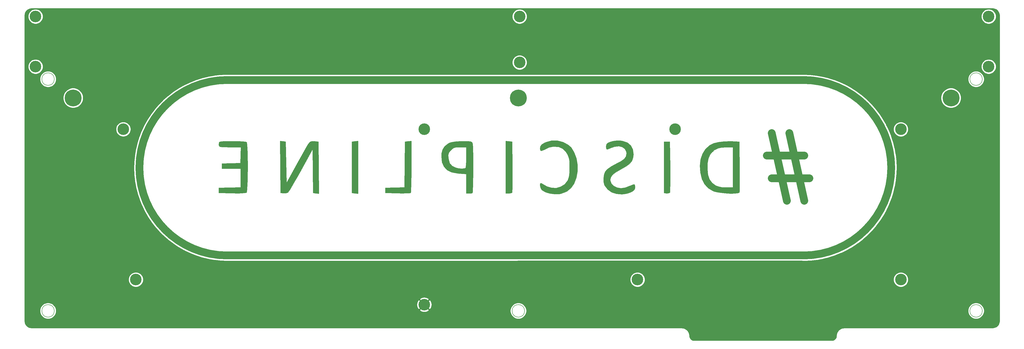
<source format=gbr>
G04 #@! TF.GenerationSoftware,KiCad,Pcbnew,(5.1.5-0-10_14)*
G04 #@! TF.CreationDate,2020-05-13T15:04:30-06:00*
G04 #@! TF.ProjectId,NumDiscipline-bottom,4e756d44-6973-4636-9970-6c696e652d62,rev?*
G04 #@! TF.SameCoordinates,Original*
G04 #@! TF.FileFunction,Copper,L2,Bot*
G04 #@! TF.FilePolarity,Positive*
%FSLAX46Y46*%
G04 Gerber Fmt 4.6, Leading zero omitted, Abs format (unit mm)*
G04 Created by KiCad (PCBNEW (5.1.5-0-10_14)) date 2020-05-13 15:04:30*
%MOMM*%
%LPD*%
G04 APERTURE LIST*
%ADD10C,0.150000*%
%ADD11C,3.000000*%
%ADD12C,0.010000*%
%ADD13C,6.400000*%
%ADD14C,4.400000*%
%ADD15C,0.254000*%
G04 APERTURE END LIST*
D10*
X494347400Y-168572240D02*
G75*
G03X494347400Y-168572240I-2381250J0D01*
G01*
X494347400Y-80465990D02*
G75*
G03X494347400Y-80465990I-2381250J0D01*
G01*
X320516150Y-168572240D02*
G75*
G03X320516150Y-168572240I-2381250J0D01*
G01*
X141922400Y-168572240D02*
G75*
G03X141922400Y-168572240I-2381250J0D01*
G01*
X141922400Y-80465990D02*
G75*
G03X141922400Y-80465990I-2381250J0D01*
G01*
D11*
X426719176Y-109527905D02*
X412433461Y-109527905D01*
X421004890Y-100956477D02*
X426719176Y-126670762D01*
X414338223Y-118099334D02*
X428623938Y-118099334D01*
X420052509Y-126670762D02*
X414338223Y-100956477D01*
D12*
G36*
X354169810Y-103998248D02*
G01*
X352942257Y-104338837D01*
X352019744Y-104780280D01*
X351598562Y-105227498D01*
X351420356Y-106069056D01*
X351488012Y-106805490D01*
X351684799Y-107108212D01*
X352120270Y-107077991D01*
X352885160Y-106798549D01*
X353219037Y-106638969D01*
X354794279Y-106073930D01*
X356281293Y-105967330D01*
X357571297Y-106280626D01*
X358555505Y-106975272D01*
X359125133Y-108012725D01*
X359222706Y-108766184D01*
X358989415Y-109891575D01*
X358252591Y-110880643D01*
X356956810Y-111791307D01*
X355765714Y-112378749D01*
X353499395Y-113535213D01*
X351870405Y-114716901D01*
X351038858Y-115665246D01*
X350617955Y-116742314D01*
X350441344Y-118148049D01*
X350515941Y-119604635D01*
X350848664Y-120834256D01*
X350907164Y-120955105D01*
X351998093Y-122387170D01*
X353530086Y-123430694D01*
X355395420Y-124047861D01*
X357486377Y-124200850D01*
X359385527Y-123931706D01*
X360548427Y-123547452D01*
X361567287Y-123033749D01*
X362203626Y-122512666D01*
X362229899Y-122475768D01*
X362442444Y-121822659D01*
X362436243Y-121063456D01*
X362220756Y-120537824D01*
X362174932Y-120502523D01*
X361729430Y-120529604D01*
X360947458Y-120812875D01*
X360511627Y-121022940D01*
X358774388Y-121692139D01*
X357102199Y-121911266D01*
X355594641Y-121713076D01*
X354351293Y-121130319D01*
X353471736Y-120195750D01*
X353055549Y-118942119D01*
X353035527Y-118564008D01*
X353249848Y-117674193D01*
X353927944Y-116784779D01*
X355122514Y-115846732D01*
X356886254Y-114811016D01*
X357304784Y-114591532D01*
X359139449Y-113556455D01*
X360427163Y-112589241D01*
X361249801Y-111588190D01*
X361689234Y-110451605D01*
X361827336Y-109077789D01*
X361827834Y-108973259D01*
X361571750Y-107106754D01*
X360807169Y-105645875D01*
X359539599Y-104596287D01*
X357774548Y-103963655D01*
X356814432Y-103815995D01*
X355521003Y-103807604D01*
X354169810Y-103998248D01*
G37*
X354169810Y-103998248D02*
X352942257Y-104338837D01*
X352019744Y-104780280D01*
X351598562Y-105227498D01*
X351420356Y-106069056D01*
X351488012Y-106805490D01*
X351684799Y-107108212D01*
X352120270Y-107077991D01*
X352885160Y-106798549D01*
X353219037Y-106638969D01*
X354794279Y-106073930D01*
X356281293Y-105967330D01*
X357571297Y-106280626D01*
X358555505Y-106975272D01*
X359125133Y-108012725D01*
X359222706Y-108766184D01*
X358989415Y-109891575D01*
X358252591Y-110880643D01*
X356956810Y-111791307D01*
X355765714Y-112378749D01*
X353499395Y-113535213D01*
X351870405Y-114716901D01*
X351038858Y-115665246D01*
X350617955Y-116742314D01*
X350441344Y-118148049D01*
X350515941Y-119604635D01*
X350848664Y-120834256D01*
X350907164Y-120955105D01*
X351998093Y-122387170D01*
X353530086Y-123430694D01*
X355395420Y-124047861D01*
X357486377Y-124200850D01*
X359385527Y-123931706D01*
X360548427Y-123547452D01*
X361567287Y-123033749D01*
X362203626Y-122512666D01*
X362229899Y-122475768D01*
X362442444Y-121822659D01*
X362436243Y-121063456D01*
X362220756Y-120537824D01*
X362174932Y-120502523D01*
X361729430Y-120529604D01*
X360947458Y-120812875D01*
X360511627Y-121022940D01*
X358774388Y-121692139D01*
X357102199Y-121911266D01*
X355594641Y-121713076D01*
X354351293Y-121130319D01*
X353471736Y-120195750D01*
X353055549Y-118942119D01*
X353035527Y-118564008D01*
X353249848Y-117674193D01*
X353927944Y-116784779D01*
X355122514Y-115846732D01*
X356886254Y-114811016D01*
X357304784Y-114591532D01*
X359139449Y-113556455D01*
X360427163Y-112589241D01*
X361249801Y-111588190D01*
X361689234Y-110451605D01*
X361827336Y-109077789D01*
X361827834Y-108973259D01*
X361571750Y-107106754D01*
X360807169Y-105645875D01*
X359539599Y-104596287D01*
X357774548Y-103963655D01*
X356814432Y-103815995D01*
X355521003Y-103807604D01*
X354169810Y-103998248D01*
G36*
X330732403Y-103856703D02*
G01*
X328609285Y-104396913D01*
X328023602Y-104663820D01*
X326981041Y-105336748D01*
X326459682Y-106097514D01*
X326332962Y-106982574D01*
X326482303Y-107614391D01*
X326958669Y-107752222D01*
X327804579Y-107398327D01*
X328304851Y-107087387D01*
X329683061Y-106402153D01*
X331285428Y-106099382D01*
X331491257Y-106084825D01*
X333378841Y-106212919D01*
X334909692Y-106874831D01*
X336138493Y-108101851D01*
X336734347Y-109084784D01*
X337119194Y-109905714D01*
X337364316Y-110682626D01*
X337500094Y-111599907D01*
X337556906Y-112841946D01*
X337565957Y-114132220D01*
X337545578Y-115769078D01*
X337468216Y-116930465D01*
X337306790Y-117791509D01*
X337034217Y-118527333D01*
X336820130Y-118955241D01*
X335718117Y-120387711D01*
X334259197Y-121355752D01*
X332565502Y-121836167D01*
X330759168Y-121805761D01*
X328962326Y-121241340D01*
X327945246Y-120640744D01*
X327230900Y-120201719D01*
X326712796Y-120001950D01*
X326689744Y-120000800D01*
X326382550Y-120257810D01*
X326328426Y-120884200D01*
X326496941Y-121663005D01*
X326857665Y-122377264D01*
X327054502Y-122601491D01*
X328258155Y-123359525D01*
X329885935Y-123885215D01*
X331741621Y-124144555D01*
X333628992Y-124103542D01*
X334682986Y-123923493D01*
X336553293Y-123159294D01*
X338108592Y-121869714D01*
X339315763Y-120116488D01*
X340141686Y-117961355D01*
X340553240Y-115466050D01*
X340543449Y-112999518D01*
X340128471Y-110480971D01*
X339319414Y-108266460D01*
X338164749Y-106461201D01*
X337039207Y-105392954D01*
X335125522Y-104369132D01*
X332963868Y-103852245D01*
X330732403Y-103856703D01*
G37*
X330732403Y-103856703D02*
X328609285Y-104396913D01*
X328023602Y-104663820D01*
X326981041Y-105336748D01*
X326459682Y-106097514D01*
X326332962Y-106982574D01*
X326482303Y-107614391D01*
X326958669Y-107752222D01*
X327804579Y-107398327D01*
X328304851Y-107087387D01*
X329683061Y-106402153D01*
X331285428Y-106099382D01*
X331491257Y-106084825D01*
X333378841Y-106212919D01*
X334909692Y-106874831D01*
X336138493Y-108101851D01*
X336734347Y-109084784D01*
X337119194Y-109905714D01*
X337364316Y-110682626D01*
X337500094Y-111599907D01*
X337556906Y-112841946D01*
X337565957Y-114132220D01*
X337545578Y-115769078D01*
X337468216Y-116930465D01*
X337306790Y-117791509D01*
X337034217Y-118527333D01*
X336820130Y-118955241D01*
X335718117Y-120387711D01*
X334259197Y-121355752D01*
X332565502Y-121836167D01*
X330759168Y-121805761D01*
X328962326Y-121241340D01*
X327945246Y-120640744D01*
X327230900Y-120201719D01*
X326712796Y-120001950D01*
X326689744Y-120000800D01*
X326382550Y-120257810D01*
X326328426Y-120884200D01*
X326496941Y-121663005D01*
X326857665Y-122377264D01*
X327054502Y-122601491D01*
X328258155Y-123359525D01*
X329885935Y-123885215D01*
X331741621Y-124144555D01*
X333628992Y-124103542D01*
X334682986Y-123923493D01*
X336553293Y-123159294D01*
X338108592Y-121869714D01*
X339315763Y-120116488D01*
X340141686Y-117961355D01*
X340553240Y-115466050D01*
X340543449Y-112999518D01*
X340128471Y-110480971D01*
X339319414Y-108266460D01*
X338164749Y-106461201D01*
X337039207Y-105392954D01*
X335125522Y-104369132D01*
X332963868Y-103852245D01*
X330732403Y-103856703D01*
G36*
X396200048Y-104131723D02*
G01*
X394074419Y-104372129D01*
X392313003Y-104859108D01*
X390787613Y-105617162D01*
X390716260Y-105661973D01*
X389204021Y-106994399D01*
X388068417Y-108785948D01*
X387340940Y-110943430D01*
X387053082Y-113373660D01*
X387233700Y-115967008D01*
X387855298Y-118441289D01*
X388867335Y-120419247D01*
X390303128Y-121949198D01*
X392112450Y-123041937D01*
X393021872Y-123329208D01*
X394299263Y-123568839D01*
X395806802Y-123753976D01*
X397406670Y-123877767D01*
X398961047Y-123933358D01*
X400332114Y-123913896D01*
X401382050Y-123812528D01*
X401973037Y-123622401D01*
X402045120Y-123535841D01*
X402086367Y-123105438D01*
X402118159Y-122109993D01*
X402139749Y-120635689D01*
X402150387Y-118768707D01*
X402149325Y-116595231D01*
X402135814Y-114201442D01*
X402131032Y-113646836D01*
X402063905Y-106323877D01*
X399602193Y-106323877D01*
X399602193Y-121629005D01*
X397066065Y-121629005D01*
X395498015Y-121575025D01*
X394326432Y-121382697D01*
X393303139Y-121006437D01*
X393076962Y-120896313D01*
X391701597Y-119921729D01*
X390733394Y-118558692D01*
X390138664Y-116742632D01*
X389902633Y-114812300D01*
X389914415Y-112504053D01*
X390265869Y-110648436D01*
X390988010Y-109124579D01*
X391551193Y-108387762D01*
X392615275Y-107386273D01*
X393804405Y-106750029D01*
X395287619Y-106416713D01*
X397149426Y-106323877D01*
X399602193Y-106323877D01*
X402063905Y-106323877D01*
X402044501Y-104207210D01*
X398818080Y-104113388D01*
X396200048Y-104131723D01*
G37*
X396200048Y-104131723D02*
X394074419Y-104372129D01*
X392313003Y-104859108D01*
X390787613Y-105617162D01*
X390716260Y-105661973D01*
X389204021Y-106994399D01*
X388068417Y-108785948D01*
X387340940Y-110943430D01*
X387053082Y-113373660D01*
X387233700Y-115967008D01*
X387855298Y-118441289D01*
X388867335Y-120419247D01*
X390303128Y-121949198D01*
X392112450Y-123041937D01*
X393021872Y-123329208D01*
X394299263Y-123568839D01*
X395806802Y-123753976D01*
X397406670Y-123877767D01*
X398961047Y-123933358D01*
X400332114Y-123913896D01*
X401382050Y-123812528D01*
X401973037Y-123622401D01*
X402045120Y-123535841D01*
X402086367Y-123105438D01*
X402118159Y-122109993D01*
X402139749Y-120635689D01*
X402150387Y-118768707D01*
X402149325Y-116595231D01*
X402135814Y-114201442D01*
X402131032Y-113646836D01*
X402063905Y-106323877D01*
X399602193Y-106323877D01*
X399602193Y-121629005D01*
X397066065Y-121629005D01*
X395498015Y-121575025D01*
X394326432Y-121382697D01*
X393303139Y-121006437D01*
X393076962Y-120896313D01*
X391701597Y-119921729D01*
X390733394Y-118558692D01*
X390138664Y-116742632D01*
X389902633Y-114812300D01*
X389914415Y-112504053D01*
X390265869Y-110648436D01*
X390988010Y-109124579D01*
X391551193Y-108387762D01*
X392615275Y-107386273D01*
X393804405Y-106750029D01*
X395287619Y-106416713D01*
X397149426Y-106323877D01*
X399602193Y-106323877D01*
X402063905Y-106323877D01*
X402044501Y-104207210D01*
X398818080Y-104113388D01*
X396200048Y-104131723D01*
G36*
X373388091Y-123745672D02*
G01*
X374448663Y-123847881D01*
X375306456Y-123797407D01*
X375674938Y-123518276D01*
X375714452Y-123092519D01*
X375744679Y-122101512D01*
X375764930Y-120631231D01*
X375774514Y-118767651D01*
X375772743Y-116596748D01*
X375758927Y-114204498D01*
X375754109Y-113646836D01*
X375667578Y-104207210D01*
X373388091Y-104207210D01*
X373388091Y-123745672D01*
G37*
X373388091Y-123745672D02*
X374448663Y-123847881D01*
X375306456Y-123797407D01*
X375674938Y-123518276D01*
X375714452Y-123092519D01*
X375744679Y-122101512D01*
X375764930Y-120631231D01*
X375774514Y-118767651D01*
X375772743Y-116596748D01*
X375758927Y-114204498D01*
X375754109Y-113646836D01*
X375667578Y-104207210D01*
X373388091Y-104207210D01*
X373388091Y-123745672D01*
G36*
X313307321Y-123908492D02*
G01*
X314457285Y-123908492D01*
X315264076Y-123803249D01*
X315738940Y-123545137D01*
X315764970Y-123497477D01*
X315802434Y-123077219D01*
X315830808Y-122091465D01*
X315849474Y-120625946D01*
X315857811Y-118766393D01*
X315855200Y-116598539D01*
X315841022Y-114208113D01*
X315836160Y-113646836D01*
X315749629Y-104207210D01*
X314528475Y-104106142D01*
X313307321Y-104005075D01*
X313307321Y-123908492D01*
G37*
X313307321Y-123908492D02*
X314457285Y-123908492D01*
X315264076Y-123803249D01*
X315738940Y-123545137D01*
X315764970Y-123497477D01*
X315802434Y-123077219D01*
X315830808Y-122091465D01*
X315849474Y-120625946D01*
X315857811Y-118766393D01*
X315855200Y-116598539D01*
X315841022Y-114208113D01*
X315836160Y-113646836D01*
X315749629Y-104207210D01*
X314528475Y-104106142D01*
X313307321Y-104005075D01*
X313307321Y-123908492D01*
G36*
X296268361Y-104103589D02*
G01*
X294571297Y-104186419D01*
X293368911Y-104301220D01*
X292504605Y-104476729D01*
X291821785Y-104741684D01*
X291351471Y-105005912D01*
X290088822Y-106003461D01*
X289310716Y-107202968D01*
X288943924Y-108750250D01*
X288890819Y-109905928D01*
X289127305Y-112015910D01*
X289836928Y-113695766D01*
X291033599Y-114958514D01*
X292731231Y-115817175D01*
X294943735Y-116284766D01*
X295782360Y-116355074D01*
X298327834Y-116502429D01*
X298327834Y-123908492D01*
X299413304Y-123908492D01*
X300217936Y-123848916D01*
X300701163Y-123704218D01*
X300715868Y-123691398D01*
X300771547Y-123322060D01*
X300821944Y-122385349D01*
X300865154Y-120965166D01*
X300899275Y-119145412D01*
X300922402Y-117009986D01*
X300932631Y-114642790D01*
X300932962Y-114124861D01*
X300928604Y-111351934D01*
X300913200Y-109160693D01*
X300883260Y-107481585D01*
X300838351Y-106323877D01*
X298327834Y-106323877D01*
X298327834Y-110177296D01*
X298310470Y-111700627D01*
X298263227Y-112978146D01*
X298193380Y-113873436D01*
X298110740Y-114247808D01*
X297592074Y-114416828D01*
X296660098Y-114452809D01*
X295537642Y-114362342D01*
X294447535Y-114152017D01*
X294395961Y-114137941D01*
X293010204Y-113497683D01*
X292098769Y-112450973D01*
X291621763Y-110945326D01*
X291558052Y-110404060D01*
X291502427Y-109338634D01*
X291620550Y-108645150D01*
X292005844Y-108049240D01*
X292556822Y-107470786D01*
X293198956Y-106868932D01*
X293760269Y-106525622D01*
X294458815Y-106368555D01*
X295512645Y-106325432D01*
X296015783Y-106323877D01*
X298327834Y-106323877D01*
X300838351Y-106323877D01*
X300835293Y-106245057D01*
X300765806Y-105381557D01*
X300671308Y-104821533D01*
X300548308Y-104495432D01*
X300443229Y-104368975D01*
X299963179Y-104178792D01*
X299043272Y-104079243D01*
X297606706Y-104065445D01*
X296268361Y-104103589D01*
G37*
X296268361Y-104103589D02*
X294571297Y-104186419D01*
X293368911Y-104301220D01*
X292504605Y-104476729D01*
X291821785Y-104741684D01*
X291351471Y-105005912D01*
X290088822Y-106003461D01*
X289310716Y-107202968D01*
X288943924Y-108750250D01*
X288890819Y-109905928D01*
X289127305Y-112015910D01*
X289836928Y-113695766D01*
X291033599Y-114958514D01*
X292731231Y-115817175D01*
X294943735Y-116284766D01*
X295782360Y-116355074D01*
X298327834Y-116502429D01*
X298327834Y-123908492D01*
X299413304Y-123908492D01*
X300217936Y-123848916D01*
X300701163Y-123704218D01*
X300715868Y-123691398D01*
X300771547Y-123322060D01*
X300821944Y-122385349D01*
X300865154Y-120965166D01*
X300899275Y-119145412D01*
X300922402Y-117009986D01*
X300932631Y-114642790D01*
X300932962Y-114124861D01*
X300928604Y-111351934D01*
X300913200Y-109160693D01*
X300883260Y-107481585D01*
X300838351Y-106323877D01*
X298327834Y-106323877D01*
X298327834Y-110177296D01*
X298310470Y-111700627D01*
X298263227Y-112978146D01*
X298193380Y-113873436D01*
X298110740Y-114247808D01*
X297592074Y-114416828D01*
X296660098Y-114452809D01*
X295537642Y-114362342D01*
X294447535Y-114152017D01*
X294395961Y-114137941D01*
X293010204Y-113497683D01*
X292098769Y-112450973D01*
X291621763Y-110945326D01*
X291558052Y-110404060D01*
X291502427Y-109338634D01*
X291620550Y-108645150D01*
X292005844Y-108049240D01*
X292556822Y-107470786D01*
X293198956Y-106868932D01*
X293760269Y-106525622D01*
X294458815Y-106368555D01*
X295512645Y-106325432D01*
X296015783Y-106323877D01*
X298327834Y-106323877D01*
X300838351Y-106323877D01*
X300835293Y-106245057D01*
X300765806Y-105381557D01*
X300671308Y-104821533D01*
X300548308Y-104495432D01*
X300443229Y-104368975D01*
X299963179Y-104178792D01*
X299043272Y-104079243D01*
X297606706Y-104065445D01*
X296268361Y-104103589D01*
G36*
X276265655Y-104106142D02*
G01*
X275044501Y-104207210D01*
X274871083Y-121607774D01*
X267554757Y-121791826D01*
X267554757Y-123745672D01*
X272295342Y-123835429D01*
X273991051Y-123852531D01*
X275450298Y-123838897D01*
X276551544Y-123797847D01*
X277173248Y-123732703D01*
X277261368Y-123699745D01*
X277318078Y-123329106D01*
X277369559Y-122389411D01*
X277413949Y-120962877D01*
X277449387Y-119131722D01*
X277474012Y-116978163D01*
X277485963Y-114584417D01*
X277486809Y-113739689D01*
X277486809Y-104005075D01*
X276265655Y-104106142D01*
G37*
X276265655Y-104106142D02*
X275044501Y-104207210D01*
X274871083Y-121607774D01*
X267554757Y-121791826D01*
X267554757Y-123745672D01*
X272295342Y-123835429D01*
X273991051Y-123852531D01*
X275450298Y-123838897D01*
X276551544Y-123797847D01*
X277173248Y-123732703D01*
X277261368Y-123699745D01*
X277318078Y-123329106D01*
X277369559Y-122389411D01*
X277413949Y-120962877D01*
X277449387Y-119131722D01*
X277474012Y-116978163D01*
X277485963Y-114584417D01*
X277486809Y-113739689D01*
X277486809Y-104005075D01*
X276265655Y-104106142D01*
G36*
X256075911Y-104106142D02*
G01*
X254854757Y-104207210D01*
X254854757Y-123745672D01*
X256075911Y-123846739D01*
X257297065Y-123947807D01*
X257297065Y-104005075D01*
X256075911Y-104106142D01*
G37*
X256075911Y-104106142D02*
X254854757Y-104207210D01*
X254854757Y-123745672D01*
X256075911Y-123846739D01*
X257297065Y-123947807D01*
X257297065Y-104005075D01*
X256075911Y-104106142D01*
G36*
X227740336Y-113874040D02*
G01*
X227826552Y-123745672D01*
X228966296Y-123841575D01*
X229899459Y-123791529D01*
X230618858Y-123539898D01*
X230651952Y-123515934D01*
X230947806Y-123128894D01*
X231509369Y-122247667D01*
X232290723Y-120949955D01*
X233245950Y-119313460D01*
X234329133Y-117415883D01*
X235494352Y-115334927D01*
X235612228Y-115122248D01*
X240026591Y-107150106D01*
X240200911Y-123745672D01*
X241264051Y-123848073D01*
X242327190Y-123950473D01*
X242240974Y-114078842D01*
X242154757Y-104207210D01*
X240644460Y-104109448D01*
X239639143Y-104103870D01*
X239016976Y-104308747D01*
X238527793Y-104800408D01*
X238207123Y-105299022D01*
X237627262Y-106282363D01*
X236838377Y-107662037D01*
X235890634Y-109349653D01*
X234834197Y-111256817D01*
X234013732Y-112754231D01*
X230106039Y-119919332D01*
X229943219Y-112063271D01*
X229780398Y-104207210D01*
X228717259Y-104104809D01*
X227654119Y-104002408D01*
X227740336Y-113874040D01*
G37*
X227740336Y-113874040D02*
X227826552Y-123745672D01*
X228966296Y-123841575D01*
X229899459Y-123791529D01*
X230618858Y-123539898D01*
X230651952Y-123515934D01*
X230947806Y-123128894D01*
X231509369Y-122247667D01*
X232290723Y-120949955D01*
X233245950Y-119313460D01*
X234329133Y-117415883D01*
X235494352Y-115334927D01*
X235612228Y-115122248D01*
X240026591Y-107150106D01*
X240200911Y-123745672D01*
X241264051Y-123848073D01*
X242327190Y-123950473D01*
X242240974Y-114078842D01*
X242154757Y-104207210D01*
X240644460Y-104109448D01*
X239639143Y-104103870D01*
X239016976Y-104308747D01*
X238527793Y-104800408D01*
X238207123Y-105299022D01*
X237627262Y-106282363D01*
X236838377Y-107662037D01*
X235890634Y-109349653D01*
X234834197Y-111256817D01*
X234013732Y-112754231D01*
X230106039Y-119919332D01*
X229943219Y-112063271D01*
X229780398Y-104207210D01*
X228717259Y-104104809D01*
X227654119Y-104002408D01*
X227740336Y-113874040D01*
G36*
X207641970Y-104050299D02*
G01*
X206288460Y-104075799D01*
X205387700Y-104132552D01*
X204840446Y-104232218D01*
X204547456Y-104386458D01*
X204409489Y-104606933D01*
X204394959Y-104649796D01*
X204330989Y-105438244D01*
X204407854Y-105789540D01*
X204580457Y-106016222D01*
X204964153Y-106169518D01*
X205666150Y-106262897D01*
X206793651Y-106309826D01*
X208453861Y-106323777D01*
X208660792Y-106323877D01*
X212708684Y-106323877D01*
X212615054Y-109336056D01*
X212521424Y-112348236D01*
X205520142Y-112533090D01*
X205520142Y-114464902D01*
X212684245Y-114464902D01*
X212684245Y-121609547D01*
X208532321Y-121700686D01*
X204380398Y-121791826D01*
X204380398Y-123745672D01*
X209436218Y-123834980D01*
X211585245Y-123855181D01*
X213147527Y-123826374D01*
X214186016Y-123744989D01*
X214763663Y-123607457D01*
X214890705Y-123525621D01*
X215014061Y-123083510D01*
X215116522Y-122093290D01*
X215198045Y-120657765D01*
X215258589Y-118879740D01*
X215298111Y-116862019D01*
X215316569Y-114707406D01*
X215313919Y-112518705D01*
X215290119Y-110398721D01*
X215245127Y-108450258D01*
X215178900Y-106776119D01*
X215091396Y-105479111D01*
X214982572Y-104662035D01*
X214898603Y-104435159D01*
X214437242Y-104261727D01*
X213430889Y-104140473D01*
X211845068Y-104068877D01*
X209645299Y-104044423D01*
X209547471Y-104044390D01*
X207641970Y-104050299D01*
G37*
X207641970Y-104050299D02*
X206288460Y-104075799D01*
X205387700Y-104132552D01*
X204840446Y-104232218D01*
X204547456Y-104386458D01*
X204409489Y-104606933D01*
X204394959Y-104649796D01*
X204330989Y-105438244D01*
X204407854Y-105789540D01*
X204580457Y-106016222D01*
X204964153Y-106169518D01*
X205666150Y-106262897D01*
X206793651Y-106309826D01*
X208453861Y-106323777D01*
X208660792Y-106323877D01*
X212708684Y-106323877D01*
X212615054Y-109336056D01*
X212521424Y-112348236D01*
X205520142Y-112533090D01*
X205520142Y-114464902D01*
X212684245Y-114464902D01*
X212684245Y-121609547D01*
X208532321Y-121700686D01*
X204380398Y-121791826D01*
X204380398Y-123745672D01*
X209436218Y-123834980D01*
X211585245Y-123855181D01*
X213147527Y-123826374D01*
X214186016Y-123744989D01*
X214763663Y-123607457D01*
X214890705Y-123525621D01*
X215014061Y-123083510D01*
X215116522Y-122093290D01*
X215198045Y-120657765D01*
X215258589Y-118879740D01*
X215298111Y-116862019D01*
X215316569Y-114707406D01*
X215313919Y-112518705D01*
X215290119Y-110398721D01*
X215245127Y-108450258D01*
X215178900Y-106776119D01*
X215091396Y-105479111D01*
X214982572Y-104662035D01*
X214898603Y-104435159D01*
X214437242Y-104261727D01*
X213430889Y-104140473D01*
X211845068Y-104068877D01*
X209645299Y-104044423D01*
X209547471Y-104044390D01*
X207641970Y-104050299D01*
D11*
X426392450Y-147503620D02*
G75*
G03X426392450Y-80803620I0J33350000D01*
G01*
X207582450Y-80803620D02*
G75*
G03X207582450Y-147503620I0J-33350000D01*
G01*
X426322450Y-80773620D02*
X207002450Y-80803620D01*
X426772450Y-147423620D02*
X207452450Y-147453620D01*
D13*
X318134950Y-87619870D03*
D14*
X363378700Y-156676120D03*
X282416200Y-99526120D03*
D13*
X482441200Y-87619870D03*
X149066200Y-87619870D03*
D14*
X134778700Y-56663620D03*
X463391200Y-156676120D03*
X134778700Y-75713620D03*
X496728700Y-56663620D03*
X496728700Y-75713620D03*
X377666150Y-99526120D03*
X168116150Y-99515990D03*
X282416200Y-166201120D03*
X318610700Y-56663620D03*
X463391200Y-99526120D03*
X172878700Y-156676120D03*
X318611200Y-74126120D03*
D15*
G36*
X498731712Y-53685168D02*
G01*
X499216291Y-53831471D01*
X499663223Y-54069109D01*
X500055488Y-54389033D01*
X500378136Y-54779047D01*
X500618889Y-55224311D01*
X500768571Y-55707855D01*
X500824950Y-56244267D01*
X500824951Y-172384631D01*
X500772151Y-172923132D01*
X500625848Y-173407713D01*
X500388210Y-173854646D01*
X500068287Y-174246907D01*
X499678270Y-174569558D01*
X499233009Y-174810309D01*
X498749465Y-174959991D01*
X498213053Y-175016370D01*
X441946073Y-175016370D01*
X441914768Y-175019453D01*
X441899980Y-175019350D01*
X441890114Y-175020317D01*
X441427968Y-175068890D01*
X441364924Y-175081831D01*
X441301720Y-175093888D01*
X441292238Y-175096752D01*
X441292231Y-175096753D01*
X441292225Y-175096756D01*
X440848322Y-175234167D01*
X440789046Y-175259084D01*
X440729334Y-175283210D01*
X440720581Y-175287864D01*
X440311818Y-175508882D01*
X440258501Y-175544845D01*
X440204624Y-175580101D01*
X440196942Y-175586367D01*
X439838892Y-175882571D01*
X439793560Y-175928220D01*
X439747570Y-175973257D01*
X439741256Y-175980890D01*
X439741252Y-175980894D01*
X439741251Y-175980896D01*
X439447554Y-176341005D01*
X439411966Y-176394570D01*
X439375587Y-176447699D01*
X439370873Y-176456420D01*
X439152714Y-176866715D01*
X439128201Y-176926189D01*
X439102840Y-176985359D01*
X439099909Y-176994829D01*
X438965599Y-177439686D01*
X438953099Y-177502816D01*
X438939721Y-177565755D01*
X438938685Y-177575614D01*
X438893339Y-178038086D01*
X438854787Y-178431272D01*
X438760718Y-178742844D01*
X438607925Y-179030203D01*
X438402227Y-179282415D01*
X438151458Y-179489868D01*
X437865167Y-179644666D01*
X437554271Y-179740904D01*
X437197807Y-179778370D01*
X384865670Y-179778370D01*
X384507048Y-179743207D01*
X384195476Y-179649138D01*
X383908117Y-179496345D01*
X383655905Y-179290647D01*
X383448452Y-179039878D01*
X383293654Y-178753587D01*
X383197416Y-178442691D01*
X383156764Y-178055914D01*
X383156970Y-178026400D01*
X383156003Y-178016534D01*
X383107430Y-177554388D01*
X383094489Y-177491344D01*
X383082432Y-177428140D01*
X383079568Y-177418658D01*
X383079567Y-177418651D01*
X383079564Y-177418645D01*
X382942153Y-176974742D01*
X382917236Y-176915466D01*
X382893110Y-176855754D01*
X382888456Y-176847001D01*
X382667438Y-176438238D01*
X382631475Y-176384921D01*
X382596219Y-176331044D01*
X382589953Y-176323362D01*
X382293749Y-175965312D01*
X382248096Y-175919976D01*
X382203063Y-175873990D01*
X382195430Y-175867676D01*
X382195426Y-175867672D01*
X382195422Y-175867669D01*
X381835315Y-175573974D01*
X381781750Y-175538386D01*
X381728621Y-175502007D01*
X381719903Y-175497294D01*
X381719895Y-175497290D01*
X381309605Y-175279134D01*
X381250131Y-175254621D01*
X381190961Y-175229260D01*
X381181491Y-175226329D01*
X380736634Y-175092019D01*
X380673504Y-175079519D01*
X380610565Y-175066141D01*
X380600706Y-175065105D01*
X380138234Y-175019759D01*
X380138232Y-175019759D01*
X380103818Y-175016370D01*
X133310354Y-175019370D01*
X132771493Y-174967028D01*
X132286781Y-174821164D01*
X131839636Y-174583933D01*
X131447081Y-174264366D01*
X131124078Y-173874641D01*
X130882921Y-173429597D01*
X130732801Y-172946190D01*
X130675950Y-172409963D01*
X130675950Y-168267284D01*
X136444882Y-168267284D01*
X136444882Y-168877196D01*
X136563869Y-169475388D01*
X136797272Y-170038873D01*
X137136121Y-170545996D01*
X137567394Y-170977269D01*
X138074517Y-171316118D01*
X138638002Y-171549521D01*
X139236194Y-171668508D01*
X139846106Y-171668508D01*
X140444298Y-171549521D01*
X141007783Y-171316118D01*
X141514906Y-170977269D01*
X141946179Y-170545996D01*
X142285028Y-170038873D01*
X142518431Y-169475388D01*
X142637418Y-168877196D01*
X142637418Y-168267284D01*
X142622224Y-168190895D01*
X280606030Y-168190895D01*
X280846176Y-168578138D01*
X281340077Y-168838761D01*
X281875333Y-168998021D01*
X282431374Y-169049798D01*
X282986832Y-168992101D01*
X283520361Y-168827148D01*
X283986224Y-168578138D01*
X284178997Y-168267284D01*
X315038632Y-168267284D01*
X315038632Y-168877196D01*
X315157619Y-169475388D01*
X315391022Y-170038873D01*
X315729871Y-170545996D01*
X316161144Y-170977269D01*
X316668267Y-171316118D01*
X317231752Y-171549521D01*
X317829944Y-171668508D01*
X318439856Y-171668508D01*
X319038048Y-171549521D01*
X319601533Y-171316118D01*
X320108656Y-170977269D01*
X320539929Y-170545996D01*
X320878778Y-170038873D01*
X321112181Y-169475388D01*
X321231168Y-168877196D01*
X321231168Y-168267284D01*
X488869882Y-168267284D01*
X488869882Y-168877196D01*
X488988869Y-169475388D01*
X489222272Y-170038873D01*
X489561121Y-170545996D01*
X489992394Y-170977269D01*
X490499517Y-171316118D01*
X491063002Y-171549521D01*
X491661194Y-171668508D01*
X492271106Y-171668508D01*
X492869298Y-171549521D01*
X493432783Y-171316118D01*
X493939906Y-170977269D01*
X494371179Y-170545996D01*
X494710028Y-170038873D01*
X494943431Y-169475388D01*
X495062418Y-168877196D01*
X495062418Y-168267284D01*
X494943431Y-167669092D01*
X494710028Y-167105607D01*
X494371179Y-166598484D01*
X493939906Y-166167211D01*
X493432783Y-165828362D01*
X492869298Y-165594959D01*
X492271106Y-165475972D01*
X491661194Y-165475972D01*
X491063002Y-165594959D01*
X490499517Y-165828362D01*
X489992394Y-166167211D01*
X489561121Y-166598484D01*
X489222272Y-167105607D01*
X488988869Y-167669092D01*
X488869882Y-168267284D01*
X321231168Y-168267284D01*
X321112181Y-167669092D01*
X320878778Y-167105607D01*
X320539929Y-166598484D01*
X320108656Y-166167211D01*
X319601533Y-165828362D01*
X319038048Y-165594959D01*
X318439856Y-165475972D01*
X317829944Y-165475972D01*
X317231752Y-165594959D01*
X316668267Y-165828362D01*
X316161144Y-166167211D01*
X315729871Y-166598484D01*
X315391022Y-167105607D01*
X315157619Y-167669092D01*
X315038632Y-168267284D01*
X284178997Y-168267284D01*
X284226370Y-168190895D01*
X282416200Y-166380725D01*
X280606030Y-168190895D01*
X142622224Y-168190895D01*
X142518431Y-167669092D01*
X142285028Y-167105607D01*
X141946179Y-166598484D01*
X141563989Y-166216294D01*
X279567522Y-166216294D01*
X279625219Y-166771752D01*
X279790172Y-167305281D01*
X280039182Y-167771144D01*
X280426425Y-168011290D01*
X282236595Y-166201120D01*
X282595805Y-166201120D01*
X284405975Y-168011290D01*
X284793218Y-167771144D01*
X285053841Y-167277243D01*
X285213101Y-166741987D01*
X285264878Y-166185946D01*
X285207181Y-165630488D01*
X285042228Y-165096959D01*
X284793218Y-164631096D01*
X284405975Y-164390950D01*
X282595805Y-166201120D01*
X282236595Y-166201120D01*
X280426425Y-164390950D01*
X280039182Y-164631096D01*
X279778559Y-165124997D01*
X279619299Y-165660253D01*
X279567522Y-166216294D01*
X141563989Y-166216294D01*
X141514906Y-166167211D01*
X141007783Y-165828362D01*
X140444298Y-165594959D01*
X139846106Y-165475972D01*
X139236194Y-165475972D01*
X138638002Y-165594959D01*
X138074517Y-165828362D01*
X137567394Y-166167211D01*
X137136121Y-166598484D01*
X136797272Y-167105607D01*
X136563869Y-167669092D01*
X136444882Y-168267284D01*
X130675950Y-168267284D01*
X130675950Y-164211345D01*
X280606030Y-164211345D01*
X282416200Y-166021515D01*
X284226370Y-164211345D01*
X283986224Y-163824102D01*
X283492323Y-163563479D01*
X282957067Y-163404219D01*
X282401026Y-163352442D01*
X281845568Y-163410139D01*
X281312039Y-163575092D01*
X280846176Y-163824102D01*
X280606030Y-164211345D01*
X130675950Y-164211345D01*
X130675950Y-156396897D01*
X170043700Y-156396897D01*
X170043700Y-156955343D01*
X170152648Y-157503059D01*
X170366356Y-158018996D01*
X170676612Y-158483327D01*
X171071493Y-158878208D01*
X171535824Y-159188464D01*
X172051761Y-159402172D01*
X172599477Y-159511120D01*
X173157923Y-159511120D01*
X173705639Y-159402172D01*
X174221576Y-159188464D01*
X174685907Y-158878208D01*
X175080788Y-158483327D01*
X175391044Y-158018996D01*
X175604752Y-157503059D01*
X175713700Y-156955343D01*
X175713700Y-156396897D01*
X360543700Y-156396897D01*
X360543700Y-156955343D01*
X360652648Y-157503059D01*
X360866356Y-158018996D01*
X361176612Y-158483327D01*
X361571493Y-158878208D01*
X362035824Y-159188464D01*
X362551761Y-159402172D01*
X363099477Y-159511120D01*
X363657923Y-159511120D01*
X364205639Y-159402172D01*
X364721576Y-159188464D01*
X365185907Y-158878208D01*
X365580788Y-158483327D01*
X365891044Y-158018996D01*
X366104752Y-157503059D01*
X366213700Y-156955343D01*
X366213700Y-156396897D01*
X460556200Y-156396897D01*
X460556200Y-156955343D01*
X460665148Y-157503059D01*
X460878856Y-158018996D01*
X461189112Y-158483327D01*
X461583993Y-158878208D01*
X462048324Y-159188464D01*
X462564261Y-159402172D01*
X463111977Y-159511120D01*
X463670423Y-159511120D01*
X464218139Y-159402172D01*
X464734076Y-159188464D01*
X465198407Y-158878208D01*
X465593288Y-158483327D01*
X465903544Y-158018996D01*
X466117252Y-157503059D01*
X466226200Y-156955343D01*
X466226200Y-156396897D01*
X466117252Y-155849181D01*
X465903544Y-155333244D01*
X465593288Y-154868913D01*
X465198407Y-154474032D01*
X464734076Y-154163776D01*
X464218139Y-153950068D01*
X463670423Y-153841120D01*
X463111977Y-153841120D01*
X462564261Y-153950068D01*
X462048324Y-154163776D01*
X461583993Y-154474032D01*
X461189112Y-154868913D01*
X460878856Y-155333244D01*
X460665148Y-155849181D01*
X460556200Y-156396897D01*
X366213700Y-156396897D01*
X366104752Y-155849181D01*
X365891044Y-155333244D01*
X365580788Y-154868913D01*
X365185907Y-154474032D01*
X364721576Y-154163776D01*
X364205639Y-153950068D01*
X363657923Y-153841120D01*
X363099477Y-153841120D01*
X362551761Y-153950068D01*
X362035824Y-154163776D01*
X361571493Y-154474032D01*
X361176612Y-154868913D01*
X360866356Y-155333244D01*
X360652648Y-155849181D01*
X360543700Y-156396897D01*
X175713700Y-156396897D01*
X175604752Y-155849181D01*
X175391044Y-155333244D01*
X175080788Y-154868913D01*
X174685907Y-154474032D01*
X174221576Y-154163776D01*
X173705639Y-153950068D01*
X173157923Y-153841120D01*
X172599477Y-153841120D01*
X172051761Y-153950068D01*
X171535824Y-154163776D01*
X171071493Y-154474032D01*
X170676612Y-154868913D01*
X170366356Y-155333244D01*
X170152648Y-155849181D01*
X170043700Y-156396897D01*
X130675950Y-156396897D01*
X130675950Y-114266763D01*
X172098792Y-114266763D01*
X172099114Y-114328239D01*
X172098792Y-114389714D01*
X172099553Y-114412059D01*
X172188658Y-116679934D01*
X172193158Y-116741220D01*
X172197020Y-116802600D01*
X172199299Y-116824840D01*
X172442448Y-119081402D01*
X172451110Y-119142265D01*
X172459135Y-119203216D01*
X172462921Y-119225250D01*
X172858988Y-121460049D01*
X172871754Y-121520106D01*
X172883920Y-121580444D01*
X172889197Y-121602170D01*
X173436345Y-123804855D01*
X173453186Y-123863976D01*
X173469409Y-123923276D01*
X173476151Y-123944593D01*
X174171850Y-126104963D01*
X174192660Y-126162766D01*
X174212892Y-126220862D01*
X174221068Y-126241671D01*
X175062095Y-128349719D01*
X175086794Y-128405984D01*
X175110924Y-128462556D01*
X175120496Y-128482761D01*
X176102954Y-130528726D01*
X176131447Y-130583228D01*
X176159346Y-130637982D01*
X176170270Y-130657489D01*
X177289610Y-132631893D01*
X177321719Y-132684290D01*
X177353301Y-132737060D01*
X177365517Y-132755763D01*
X177365527Y-132755779D01*
X177365536Y-132755792D01*
X178616564Y-134649478D01*
X178652159Y-134699565D01*
X178687261Y-134750070D01*
X178700732Y-134767914D01*
X180077673Y-136572139D01*
X180116608Y-136619708D01*
X180155048Y-136667689D01*
X180169701Y-136684575D01*
X181666168Y-138390969D01*
X181708251Y-138435784D01*
X181749863Y-138481036D01*
X181765630Y-138496886D01*
X183374694Y-140097546D01*
X183419705Y-140139373D01*
X183464321Y-140181712D01*
X183481130Y-140196453D01*
X185195336Y-141683965D01*
X185243095Y-141722639D01*
X185290480Y-141761839D01*
X185308253Y-141775403D01*
X187119662Y-143142878D01*
X187169981Y-143178243D01*
X187219883Y-143214101D01*
X187238513Y-143226408D01*
X187238537Y-143226425D01*
X187238558Y-143226438D01*
X189138761Y-144467529D01*
X189191284Y-144499338D01*
X189243593Y-144531771D01*
X189263042Y-144542797D01*
X191243280Y-145651784D01*
X191297878Y-145679964D01*
X191352240Y-145708747D01*
X191372394Y-145718424D01*
X193423475Y-146690157D01*
X193479900Y-146714574D01*
X193536056Y-146739576D01*
X193556822Y-146747861D01*
X195669245Y-147577838D01*
X195727183Y-147598355D01*
X195784926Y-147619486D01*
X195806207Y-147626339D01*
X197970191Y-148310717D01*
X198029389Y-148327245D01*
X198088437Y-148344400D01*
X198110135Y-148349790D01*
X200315656Y-148885399D01*
X200375784Y-148897851D01*
X200435919Y-148910962D01*
X200457933Y-148914863D01*
X202694775Y-149299222D01*
X202755639Y-149307559D01*
X202816498Y-149316546D01*
X202838727Y-149318941D01*
X205096531Y-149550272D01*
X205157829Y-149554451D01*
X205219152Y-149559277D01*
X205241490Y-149560155D01*
X205241492Y-149560155D01*
X207509802Y-149637384D01*
X207655099Y-149637384D01*
X207800059Y-149627502D01*
X207944011Y-149607782D01*
X208036929Y-149588540D01*
X425814845Y-149558750D01*
X425948561Y-149591965D01*
X426091629Y-149617320D01*
X426236089Y-149632887D01*
X426381274Y-149638591D01*
X426403631Y-149638591D01*
X426752865Y-149636762D01*
X426783582Y-149635555D01*
X426814332Y-149635555D01*
X426836672Y-149634677D01*
X429104049Y-149533699D01*
X429165332Y-149528876D01*
X429226670Y-149524694D01*
X429248899Y-149522299D01*
X431504157Y-149267338D01*
X431564971Y-149258358D01*
X431625880Y-149250014D01*
X431647889Y-149246114D01*
X431647895Y-149246113D01*
X431647900Y-149246112D01*
X433880589Y-148838351D01*
X433940627Y-148825260D01*
X434000853Y-148812788D01*
X434022551Y-148807398D01*
X436222340Y-148248722D01*
X436281326Y-148231585D01*
X436340587Y-148215039D01*
X436361868Y-148208186D01*
X438518566Y-147501184D01*
X438576260Y-147480071D01*
X438634247Y-147459537D01*
X438655002Y-147451256D01*
X438655014Y-147451252D01*
X438655024Y-147451248D01*
X440758629Y-146599200D01*
X440814783Y-146574199D01*
X440871210Y-146549780D01*
X440891351Y-146540108D01*
X440891365Y-146540102D01*
X440891376Y-146540096D01*
X442932156Y-145546945D01*
X442986427Y-145518211D01*
X443041116Y-145489983D01*
X443060565Y-145478957D01*
X445029082Y-144349294D01*
X445081344Y-144316890D01*
X445133914Y-144285052D01*
X445152568Y-144272729D01*
X447039691Y-143011794D01*
X447089574Y-142975949D01*
X447139912Y-142940571D01*
X447157684Y-142927007D01*
X448954676Y-141540638D01*
X449002050Y-141501447D01*
X449049820Y-141462763D01*
X449066629Y-141448022D01*
X450765164Y-139942640D01*
X450809777Y-139900304D01*
X450854790Y-139858475D01*
X450870558Y-139842625D01*
X452462771Y-138225204D01*
X452504383Y-138179952D01*
X452546466Y-138135137D01*
X452561119Y-138118251D01*
X454039635Y-136396280D01*
X454078051Y-136348329D01*
X454117011Y-136300729D01*
X454130481Y-136282886D01*
X455488453Y-134464340D01*
X455523510Y-134413899D01*
X455559150Y-134363749D01*
X455571375Y-134345030D01*
X456802514Y-132438334D01*
X456834074Y-132385602D01*
X456866207Y-132333166D01*
X456877122Y-132313675D01*
X456877131Y-132313660D01*
X456877137Y-132313647D01*
X457975734Y-130327641D01*
X458003619Y-130272914D01*
X458032125Y-130218386D01*
X458041697Y-130198181D01*
X459002676Y-128142041D01*
X459026787Y-128085514D01*
X459051506Y-128029203D01*
X459059669Y-128008424D01*
X459059682Y-128008394D01*
X459059691Y-128008368D01*
X459878586Y-125891654D01*
X459898795Y-125833624D01*
X459919628Y-125775756D01*
X459926370Y-125754439D01*
X460599408Y-123586902D01*
X460615645Y-123527551D01*
X460632471Y-123468481D01*
X460637739Y-123446788D01*
X460637748Y-123446755D01*
X460637754Y-123446727D01*
X461161801Y-121238462D01*
X461173944Y-121178239D01*
X461186734Y-121118065D01*
X461190521Y-121096031D01*
X461563162Y-118857208D01*
X461571181Y-118796304D01*
X461579849Y-118735395D01*
X461582128Y-118713154D01*
X461801633Y-116454168D01*
X461805494Y-116392799D01*
X461809995Y-116331504D01*
X461810756Y-116309160D01*
X461876108Y-114040477D01*
X461875786Y-113979002D01*
X461876108Y-113917526D01*
X461875347Y-113895182D01*
X461786242Y-111627306D01*
X461781742Y-111566023D01*
X461777880Y-111504640D01*
X461775601Y-111482399D01*
X461532452Y-109225838D01*
X461523788Y-109164963D01*
X461515765Y-109104025D01*
X461511979Y-109081990D01*
X461115912Y-106847191D01*
X461103143Y-106787119D01*
X461090980Y-106726796D01*
X461085703Y-106705070D01*
X460538554Y-104502385D01*
X460521728Y-104443315D01*
X460505491Y-104383964D01*
X460498749Y-104362647D01*
X459803050Y-102202277D01*
X459782240Y-102144475D01*
X459762008Y-102086378D01*
X459753832Y-102065569D01*
X458912805Y-99957521D01*
X458888106Y-99901256D01*
X458863976Y-99844684D01*
X458854404Y-99824480D01*
X458577053Y-99246897D01*
X460556200Y-99246897D01*
X460556200Y-99805343D01*
X460665148Y-100353059D01*
X460878856Y-100868996D01*
X461189112Y-101333327D01*
X461583993Y-101728208D01*
X462048324Y-102038464D01*
X462564261Y-102252172D01*
X463111977Y-102361120D01*
X463670423Y-102361120D01*
X464218139Y-102252172D01*
X464734076Y-102038464D01*
X465198407Y-101728208D01*
X465593288Y-101333327D01*
X465903544Y-100868996D01*
X466117252Y-100353059D01*
X466226200Y-99805343D01*
X466226200Y-99246897D01*
X466117252Y-98699181D01*
X465903544Y-98183244D01*
X465593288Y-97718913D01*
X465198407Y-97324032D01*
X464734076Y-97013776D01*
X464218139Y-96800068D01*
X463670423Y-96691120D01*
X463111977Y-96691120D01*
X462564261Y-96800068D01*
X462048324Y-97013776D01*
X461583993Y-97324032D01*
X461189112Y-97718913D01*
X460878856Y-98183244D01*
X460665148Y-98699181D01*
X460556200Y-99246897D01*
X458577053Y-99246897D01*
X457871946Y-97778514D01*
X457843453Y-97724012D01*
X457815554Y-97669258D01*
X457804630Y-97649751D01*
X456685290Y-95675347D01*
X456653181Y-95622950D01*
X456621599Y-95570180D01*
X456609383Y-95551477D01*
X456609373Y-95551461D01*
X456609364Y-95551448D01*
X455358336Y-93657762D01*
X455322741Y-93607675D01*
X455287639Y-93557170D01*
X455274168Y-93539326D01*
X453897227Y-91735101D01*
X453858276Y-91687512D01*
X453819852Y-91639551D01*
X453805213Y-91622682D01*
X453805199Y-91622664D01*
X453805186Y-91622650D01*
X452308732Y-89916271D01*
X452266689Y-89871500D01*
X452225037Y-89826204D01*
X452209270Y-89810354D01*
X450600207Y-88209694D01*
X450555168Y-88167841D01*
X450510579Y-88125528D01*
X450493770Y-88110787D01*
X449492761Y-87242155D01*
X478606200Y-87242155D01*
X478606200Y-87997585D01*
X478753577Y-88738498D01*
X479042667Y-89436424D01*
X479462361Y-90064540D01*
X479996530Y-90598709D01*
X480624646Y-91018403D01*
X481322572Y-91307493D01*
X482063485Y-91454870D01*
X482818915Y-91454870D01*
X483559828Y-91307493D01*
X484257754Y-91018403D01*
X484885870Y-90598709D01*
X485420039Y-90064540D01*
X485839733Y-89436424D01*
X486128823Y-88738498D01*
X486276200Y-87997585D01*
X486276200Y-87242155D01*
X486128823Y-86501242D01*
X485839733Y-85803316D01*
X485420039Y-85175200D01*
X484885870Y-84641031D01*
X484257754Y-84221337D01*
X483559828Y-83932247D01*
X482818915Y-83784870D01*
X482063485Y-83784870D01*
X481322572Y-83932247D01*
X480624646Y-84221337D01*
X479996530Y-84641031D01*
X479462361Y-85175200D01*
X479042667Y-85803316D01*
X478753577Y-86501242D01*
X478606200Y-87242155D01*
X449492761Y-87242155D01*
X448779564Y-86623275D01*
X448731785Y-86584584D01*
X448684420Y-86545401D01*
X448666647Y-86531837D01*
X446855237Y-85164362D01*
X446804945Y-85129016D01*
X446755017Y-85093139D01*
X446736387Y-85080832D01*
X446736363Y-85080815D01*
X446736342Y-85080802D01*
X444836139Y-83839711D01*
X444783616Y-83807902D01*
X444731307Y-83775469D01*
X444711857Y-83764443D01*
X442731620Y-82655456D01*
X442676979Y-82627254D01*
X442622660Y-82598494D01*
X442602506Y-82588816D01*
X440551425Y-81617084D01*
X440495046Y-81592686D01*
X440438844Y-81567664D01*
X440418079Y-81559379D01*
X438305655Y-80729402D01*
X438247681Y-80708872D01*
X438189974Y-80687755D01*
X438168693Y-80680901D01*
X436524889Y-80161034D01*
X488869882Y-80161034D01*
X488869882Y-80770946D01*
X488988869Y-81369138D01*
X489222272Y-81932623D01*
X489561121Y-82439746D01*
X489992394Y-82871019D01*
X490499517Y-83209868D01*
X491063002Y-83443271D01*
X491661194Y-83562258D01*
X492271106Y-83562258D01*
X492869298Y-83443271D01*
X493432783Y-83209868D01*
X493939906Y-82871019D01*
X494371179Y-82439746D01*
X494710028Y-81932623D01*
X494943431Y-81369138D01*
X495062418Y-80770946D01*
X495062418Y-80161034D01*
X494943431Y-79562842D01*
X494710028Y-78999357D01*
X494371179Y-78492234D01*
X493939906Y-78060961D01*
X493432783Y-77722112D01*
X492869298Y-77488709D01*
X492271106Y-77369722D01*
X491661194Y-77369722D01*
X491063002Y-77488709D01*
X490499517Y-77722112D01*
X489992394Y-78060961D01*
X489561121Y-78492234D01*
X489222272Y-78999357D01*
X488988869Y-79562842D01*
X488869882Y-80161034D01*
X436524889Y-80161034D01*
X436004710Y-79996523D01*
X435945487Y-79979988D01*
X435886463Y-79962840D01*
X435864765Y-79957450D01*
X433659245Y-79421841D01*
X433599088Y-79409383D01*
X433538981Y-79396278D01*
X433516973Y-79392378D01*
X433516967Y-79392377D01*
X433516962Y-79392376D01*
X431280125Y-79008018D01*
X431219261Y-78999681D01*
X431158402Y-78990694D01*
X431136174Y-78988299D01*
X428878369Y-78756968D01*
X428817071Y-78752789D01*
X428755748Y-78747963D01*
X428733410Y-78747085D01*
X428733408Y-78747085D01*
X426777047Y-78680477D01*
X426740695Y-78669455D01*
X426427039Y-78638606D01*
X206897276Y-78668635D01*
X206626294Y-78695362D01*
X204870851Y-78773541D01*
X204809565Y-78778364D01*
X204748230Y-78782546D01*
X204726001Y-78784941D01*
X202470743Y-79039902D01*
X202409929Y-79048882D01*
X202349020Y-79057226D01*
X202327011Y-79061126D01*
X202327005Y-79061127D01*
X202327000Y-79061128D01*
X200094312Y-79468889D01*
X200034254Y-79481984D01*
X199974047Y-79494452D01*
X199952349Y-79499842D01*
X197752559Y-80058518D01*
X197693534Y-80075667D01*
X197634314Y-80092201D01*
X197613033Y-80099054D01*
X195456334Y-80806055D01*
X195398604Y-80827181D01*
X195340653Y-80847703D01*
X195319887Y-80855988D01*
X193216271Y-81708040D01*
X193160117Y-81733041D01*
X193103690Y-81757460D01*
X193083549Y-81767132D01*
X193083535Y-81767138D01*
X193083524Y-81767144D01*
X191042744Y-82760295D01*
X190988473Y-82789029D01*
X190933784Y-82817257D01*
X190914335Y-82828283D01*
X188945818Y-83957946D01*
X188893556Y-83990350D01*
X188840986Y-84022188D01*
X188822331Y-84034511D01*
X186935209Y-85295446D01*
X186885281Y-85331323D01*
X186834989Y-85366669D01*
X186817232Y-85380221D01*
X186817215Y-85380233D01*
X186817201Y-85380244D01*
X185020225Y-86766602D01*
X184972878Y-86805771D01*
X184925080Y-86844477D01*
X184908271Y-86859218D01*
X183209736Y-88364600D01*
X183165123Y-88406936D01*
X183120110Y-88448765D01*
X183104342Y-88464615D01*
X181512129Y-90082036D01*
X181470517Y-90127288D01*
X181428434Y-90172103D01*
X181413781Y-90188989D01*
X179935265Y-91910960D01*
X179896849Y-91958911D01*
X179857889Y-92006511D01*
X179844419Y-92024354D01*
X178486447Y-93842900D01*
X178451390Y-93893341D01*
X178415750Y-93943491D01*
X178403525Y-93962210D01*
X177172386Y-95868906D01*
X177140813Y-95921660D01*
X177108694Y-95974074D01*
X177097769Y-95993580D01*
X175999166Y-97979599D01*
X175971281Y-98034326D01*
X175942775Y-98088854D01*
X175933203Y-98109059D01*
X174972224Y-100165199D01*
X174948113Y-100221726D01*
X174923394Y-100278037D01*
X174915231Y-100298816D01*
X174915218Y-100298846D01*
X174915209Y-100298872D01*
X174096314Y-102415586D01*
X174076105Y-102473616D01*
X174055272Y-102531484D01*
X174048530Y-102552801D01*
X173375492Y-104720338D01*
X173359255Y-104779689D01*
X173342429Y-104838759D01*
X173337152Y-104860485D01*
X172813099Y-107068779D01*
X172800948Y-107129038D01*
X172788166Y-107189175D01*
X172784379Y-107211210D01*
X172411737Y-109450032D01*
X172403713Y-109510984D01*
X172395051Y-109571845D01*
X172392777Y-109594052D01*
X172392772Y-109594086D01*
X172392770Y-109594115D01*
X172173267Y-111853071D01*
X172169406Y-111914444D01*
X172164905Y-111975736D01*
X172164144Y-111998080D01*
X172098792Y-114266763D01*
X130675950Y-114266763D01*
X130675950Y-99236767D01*
X165281150Y-99236767D01*
X165281150Y-99795213D01*
X165390098Y-100342929D01*
X165603806Y-100858866D01*
X165914062Y-101323197D01*
X166308943Y-101718078D01*
X166773274Y-102028334D01*
X167289211Y-102242042D01*
X167836927Y-102350990D01*
X168395373Y-102350990D01*
X168943089Y-102242042D01*
X169459026Y-102028334D01*
X169923357Y-101718078D01*
X170318238Y-101323197D01*
X170628494Y-100858866D01*
X170842202Y-100342929D01*
X170951150Y-99795213D01*
X170951150Y-99236767D01*
X170842202Y-98689051D01*
X170628494Y-98173114D01*
X170318238Y-97708783D01*
X169923357Y-97313902D01*
X169459026Y-97003646D01*
X168943089Y-96789938D01*
X168395373Y-96680990D01*
X167836927Y-96680990D01*
X167289211Y-96789938D01*
X166773274Y-97003646D01*
X166308943Y-97313902D01*
X165914062Y-97708783D01*
X165603806Y-98173114D01*
X165390098Y-98689051D01*
X165281150Y-99236767D01*
X130675950Y-99236767D01*
X130675950Y-87242155D01*
X145231200Y-87242155D01*
X145231200Y-87997585D01*
X145378577Y-88738498D01*
X145667667Y-89436424D01*
X146087361Y-90064540D01*
X146621530Y-90598709D01*
X147249646Y-91018403D01*
X147947572Y-91307493D01*
X148688485Y-91454870D01*
X149443915Y-91454870D01*
X150184828Y-91307493D01*
X150882754Y-91018403D01*
X151510870Y-90598709D01*
X152045039Y-90064540D01*
X152464733Y-89436424D01*
X152753823Y-88738498D01*
X152901200Y-87997585D01*
X152901200Y-87242155D01*
X152753823Y-86501242D01*
X152464733Y-85803316D01*
X152045039Y-85175200D01*
X151510870Y-84641031D01*
X150882754Y-84221337D01*
X150184828Y-83932247D01*
X149443915Y-83784870D01*
X148688485Y-83784870D01*
X147947572Y-83932247D01*
X147249646Y-84221337D01*
X146621530Y-84641031D01*
X146087361Y-85175200D01*
X145667667Y-85803316D01*
X145378577Y-86501242D01*
X145231200Y-87242155D01*
X130675950Y-87242155D01*
X130675950Y-80161034D01*
X136444882Y-80161034D01*
X136444882Y-80770946D01*
X136563869Y-81369138D01*
X136797272Y-81932623D01*
X137136121Y-82439746D01*
X137567394Y-82871019D01*
X138074517Y-83209868D01*
X138638002Y-83443271D01*
X139236194Y-83562258D01*
X139846106Y-83562258D01*
X140444298Y-83443271D01*
X141007783Y-83209868D01*
X141514906Y-82871019D01*
X141946179Y-82439746D01*
X142285028Y-81932623D01*
X142518431Y-81369138D01*
X142637418Y-80770946D01*
X142637418Y-80161034D01*
X142518431Y-79562842D01*
X142285028Y-78999357D01*
X141946179Y-78492234D01*
X141514906Y-78060961D01*
X141007783Y-77722112D01*
X140444298Y-77488709D01*
X139846106Y-77369722D01*
X139236194Y-77369722D01*
X138638002Y-77488709D01*
X138074517Y-77722112D01*
X137567394Y-78060961D01*
X137136121Y-78492234D01*
X136797272Y-78999357D01*
X136563869Y-79562842D01*
X136444882Y-80161034D01*
X130675950Y-80161034D01*
X130675950Y-75434397D01*
X131943700Y-75434397D01*
X131943700Y-75992843D01*
X132052648Y-76540559D01*
X132266356Y-77056496D01*
X132576612Y-77520827D01*
X132971493Y-77915708D01*
X133435824Y-78225964D01*
X133951761Y-78439672D01*
X134499477Y-78548620D01*
X135057923Y-78548620D01*
X135605639Y-78439672D01*
X136121576Y-78225964D01*
X136585907Y-77915708D01*
X136980788Y-77520827D01*
X137291044Y-77056496D01*
X137504752Y-76540559D01*
X137613700Y-75992843D01*
X137613700Y-75434397D01*
X137504752Y-74886681D01*
X137291044Y-74370744D01*
X136980788Y-73906413D01*
X136921272Y-73846897D01*
X315776200Y-73846897D01*
X315776200Y-74405343D01*
X315885148Y-74953059D01*
X316098856Y-75468996D01*
X316409112Y-75933327D01*
X316803993Y-76328208D01*
X317268324Y-76638464D01*
X317784261Y-76852172D01*
X318331977Y-76961120D01*
X318890423Y-76961120D01*
X319438139Y-76852172D01*
X319954076Y-76638464D01*
X320418407Y-76328208D01*
X320813288Y-75933327D01*
X321123544Y-75468996D01*
X321137875Y-75434397D01*
X493893700Y-75434397D01*
X493893700Y-75992843D01*
X494002648Y-76540559D01*
X494216356Y-77056496D01*
X494526612Y-77520827D01*
X494921493Y-77915708D01*
X495385824Y-78225964D01*
X495901761Y-78439672D01*
X496449477Y-78548620D01*
X497007923Y-78548620D01*
X497555639Y-78439672D01*
X498071576Y-78225964D01*
X498535907Y-77915708D01*
X498930788Y-77520827D01*
X499241044Y-77056496D01*
X499454752Y-76540559D01*
X499563700Y-75992843D01*
X499563700Y-75434397D01*
X499454752Y-74886681D01*
X499241044Y-74370744D01*
X498930788Y-73906413D01*
X498535907Y-73511532D01*
X498071576Y-73201276D01*
X497555639Y-72987568D01*
X497007923Y-72878620D01*
X496449477Y-72878620D01*
X495901761Y-72987568D01*
X495385824Y-73201276D01*
X494921493Y-73511532D01*
X494526612Y-73906413D01*
X494216356Y-74370744D01*
X494002648Y-74886681D01*
X493893700Y-75434397D01*
X321137875Y-75434397D01*
X321337252Y-74953059D01*
X321446200Y-74405343D01*
X321446200Y-73846897D01*
X321337252Y-73299181D01*
X321123544Y-72783244D01*
X320813288Y-72318913D01*
X320418407Y-71924032D01*
X319954076Y-71613776D01*
X319438139Y-71400068D01*
X318890423Y-71291120D01*
X318331977Y-71291120D01*
X317784261Y-71400068D01*
X317268324Y-71613776D01*
X316803993Y-71924032D01*
X316409112Y-72318913D01*
X316098856Y-72783244D01*
X315885148Y-73299181D01*
X315776200Y-73846897D01*
X136921272Y-73846897D01*
X136585907Y-73511532D01*
X136121576Y-73201276D01*
X135605639Y-72987568D01*
X135057923Y-72878620D01*
X134499477Y-72878620D01*
X133951761Y-72987568D01*
X133435824Y-73201276D01*
X132971493Y-73511532D01*
X132576612Y-73906413D01*
X132266356Y-74370744D01*
X132052648Y-74886681D01*
X131943700Y-75434397D01*
X130675950Y-75434397D01*
X130675950Y-56384397D01*
X131943700Y-56384397D01*
X131943700Y-56942843D01*
X132052648Y-57490559D01*
X132266356Y-58006496D01*
X132576612Y-58470827D01*
X132971493Y-58865708D01*
X133435824Y-59175964D01*
X133951761Y-59389672D01*
X134499477Y-59498620D01*
X135057923Y-59498620D01*
X135605639Y-59389672D01*
X136121576Y-59175964D01*
X136585907Y-58865708D01*
X136980788Y-58470827D01*
X137291044Y-58006496D01*
X137504752Y-57490559D01*
X137613700Y-56942843D01*
X137613700Y-56384397D01*
X315775700Y-56384397D01*
X315775700Y-56942843D01*
X315884648Y-57490559D01*
X316098356Y-58006496D01*
X316408612Y-58470827D01*
X316803493Y-58865708D01*
X317267824Y-59175964D01*
X317783761Y-59389672D01*
X318331477Y-59498620D01*
X318889923Y-59498620D01*
X319437639Y-59389672D01*
X319953576Y-59175964D01*
X320417907Y-58865708D01*
X320812788Y-58470827D01*
X321123044Y-58006496D01*
X321336752Y-57490559D01*
X321445700Y-56942843D01*
X321445700Y-56384397D01*
X493893700Y-56384397D01*
X493893700Y-56942843D01*
X494002648Y-57490559D01*
X494216356Y-58006496D01*
X494526612Y-58470827D01*
X494921493Y-58865708D01*
X495385824Y-59175964D01*
X495901761Y-59389672D01*
X496449477Y-59498620D01*
X497007923Y-59498620D01*
X497555639Y-59389672D01*
X498071576Y-59175964D01*
X498535907Y-58865708D01*
X498930788Y-58470827D01*
X499241044Y-58006496D01*
X499454752Y-57490559D01*
X499563700Y-56942843D01*
X499563700Y-56384397D01*
X499454752Y-55836681D01*
X499241044Y-55320744D01*
X498930788Y-54856413D01*
X498535907Y-54461532D01*
X498071576Y-54151276D01*
X497555639Y-53937568D01*
X497007923Y-53828620D01*
X496449477Y-53828620D01*
X495901761Y-53937568D01*
X495385824Y-54151276D01*
X494921493Y-54461532D01*
X494526612Y-54856413D01*
X494216356Y-55320744D01*
X494002648Y-55836681D01*
X493893700Y-56384397D01*
X321445700Y-56384397D01*
X321336752Y-55836681D01*
X321123044Y-55320744D01*
X320812788Y-54856413D01*
X320417907Y-54461532D01*
X319953576Y-54151276D01*
X319437639Y-53937568D01*
X318889923Y-53828620D01*
X318331477Y-53828620D01*
X317783761Y-53937568D01*
X317267824Y-54151276D01*
X316803493Y-54461532D01*
X316408612Y-54856413D01*
X316098356Y-55320744D01*
X315884648Y-55836681D01*
X315775700Y-56384397D01*
X137613700Y-56384397D01*
X137504752Y-55836681D01*
X137291044Y-55320744D01*
X136980788Y-54856413D01*
X136585907Y-54461532D01*
X136121576Y-54151276D01*
X135605639Y-53937568D01*
X135057923Y-53828620D01*
X134499477Y-53828620D01*
X133951761Y-53937568D01*
X133435824Y-54151276D01*
X132971493Y-54461532D01*
X132576612Y-54856413D01*
X132266356Y-55320744D01*
X132052648Y-55836681D01*
X131943700Y-56384397D01*
X130675950Y-56384397D01*
X130675950Y-56264090D01*
X130728748Y-55725608D01*
X130875051Y-55241029D01*
X131112689Y-54794097D01*
X131432613Y-54401832D01*
X131822627Y-54079184D01*
X132267891Y-53838431D01*
X132751435Y-53688749D01*
X133287847Y-53632370D01*
X498193230Y-53632370D01*
X498731712Y-53685168D01*
G37*
X498731712Y-53685168D02*
X499216291Y-53831471D01*
X499663223Y-54069109D01*
X500055488Y-54389033D01*
X500378136Y-54779047D01*
X500618889Y-55224311D01*
X500768571Y-55707855D01*
X500824950Y-56244267D01*
X500824951Y-172384631D01*
X500772151Y-172923132D01*
X500625848Y-173407713D01*
X500388210Y-173854646D01*
X500068287Y-174246907D01*
X499678270Y-174569558D01*
X499233009Y-174810309D01*
X498749465Y-174959991D01*
X498213053Y-175016370D01*
X441946073Y-175016370D01*
X441914768Y-175019453D01*
X441899980Y-175019350D01*
X441890114Y-175020317D01*
X441427968Y-175068890D01*
X441364924Y-175081831D01*
X441301720Y-175093888D01*
X441292238Y-175096752D01*
X441292231Y-175096753D01*
X441292225Y-175096756D01*
X440848322Y-175234167D01*
X440789046Y-175259084D01*
X440729334Y-175283210D01*
X440720581Y-175287864D01*
X440311818Y-175508882D01*
X440258501Y-175544845D01*
X440204624Y-175580101D01*
X440196942Y-175586367D01*
X439838892Y-175882571D01*
X439793560Y-175928220D01*
X439747570Y-175973257D01*
X439741256Y-175980890D01*
X439741252Y-175980894D01*
X439741251Y-175980896D01*
X439447554Y-176341005D01*
X439411966Y-176394570D01*
X439375587Y-176447699D01*
X439370873Y-176456420D01*
X439152714Y-176866715D01*
X439128201Y-176926189D01*
X439102840Y-176985359D01*
X439099909Y-176994829D01*
X438965599Y-177439686D01*
X438953099Y-177502816D01*
X438939721Y-177565755D01*
X438938685Y-177575614D01*
X438893339Y-178038086D01*
X438854787Y-178431272D01*
X438760718Y-178742844D01*
X438607925Y-179030203D01*
X438402227Y-179282415D01*
X438151458Y-179489868D01*
X437865167Y-179644666D01*
X437554271Y-179740904D01*
X437197807Y-179778370D01*
X384865670Y-179778370D01*
X384507048Y-179743207D01*
X384195476Y-179649138D01*
X383908117Y-179496345D01*
X383655905Y-179290647D01*
X383448452Y-179039878D01*
X383293654Y-178753587D01*
X383197416Y-178442691D01*
X383156764Y-178055914D01*
X383156970Y-178026400D01*
X383156003Y-178016534D01*
X383107430Y-177554388D01*
X383094489Y-177491344D01*
X383082432Y-177428140D01*
X383079568Y-177418658D01*
X383079567Y-177418651D01*
X383079564Y-177418645D01*
X382942153Y-176974742D01*
X382917236Y-176915466D01*
X382893110Y-176855754D01*
X382888456Y-176847001D01*
X382667438Y-176438238D01*
X382631475Y-176384921D01*
X382596219Y-176331044D01*
X382589953Y-176323362D01*
X382293749Y-175965312D01*
X382248096Y-175919976D01*
X382203063Y-175873990D01*
X382195430Y-175867676D01*
X382195426Y-175867672D01*
X382195422Y-175867669D01*
X381835315Y-175573974D01*
X381781750Y-175538386D01*
X381728621Y-175502007D01*
X381719903Y-175497294D01*
X381719895Y-175497290D01*
X381309605Y-175279134D01*
X381250131Y-175254621D01*
X381190961Y-175229260D01*
X381181491Y-175226329D01*
X380736634Y-175092019D01*
X380673504Y-175079519D01*
X380610565Y-175066141D01*
X380600706Y-175065105D01*
X380138234Y-175019759D01*
X380138232Y-175019759D01*
X380103818Y-175016370D01*
X133310354Y-175019370D01*
X132771493Y-174967028D01*
X132286781Y-174821164D01*
X131839636Y-174583933D01*
X131447081Y-174264366D01*
X131124078Y-173874641D01*
X130882921Y-173429597D01*
X130732801Y-172946190D01*
X130675950Y-172409963D01*
X130675950Y-168267284D01*
X136444882Y-168267284D01*
X136444882Y-168877196D01*
X136563869Y-169475388D01*
X136797272Y-170038873D01*
X137136121Y-170545996D01*
X137567394Y-170977269D01*
X138074517Y-171316118D01*
X138638002Y-171549521D01*
X139236194Y-171668508D01*
X139846106Y-171668508D01*
X140444298Y-171549521D01*
X141007783Y-171316118D01*
X141514906Y-170977269D01*
X141946179Y-170545996D01*
X142285028Y-170038873D01*
X142518431Y-169475388D01*
X142637418Y-168877196D01*
X142637418Y-168267284D01*
X142622224Y-168190895D01*
X280606030Y-168190895D01*
X280846176Y-168578138D01*
X281340077Y-168838761D01*
X281875333Y-168998021D01*
X282431374Y-169049798D01*
X282986832Y-168992101D01*
X283520361Y-168827148D01*
X283986224Y-168578138D01*
X284178997Y-168267284D01*
X315038632Y-168267284D01*
X315038632Y-168877196D01*
X315157619Y-169475388D01*
X315391022Y-170038873D01*
X315729871Y-170545996D01*
X316161144Y-170977269D01*
X316668267Y-171316118D01*
X317231752Y-171549521D01*
X317829944Y-171668508D01*
X318439856Y-171668508D01*
X319038048Y-171549521D01*
X319601533Y-171316118D01*
X320108656Y-170977269D01*
X320539929Y-170545996D01*
X320878778Y-170038873D01*
X321112181Y-169475388D01*
X321231168Y-168877196D01*
X321231168Y-168267284D01*
X488869882Y-168267284D01*
X488869882Y-168877196D01*
X488988869Y-169475388D01*
X489222272Y-170038873D01*
X489561121Y-170545996D01*
X489992394Y-170977269D01*
X490499517Y-171316118D01*
X491063002Y-171549521D01*
X491661194Y-171668508D01*
X492271106Y-171668508D01*
X492869298Y-171549521D01*
X493432783Y-171316118D01*
X493939906Y-170977269D01*
X494371179Y-170545996D01*
X494710028Y-170038873D01*
X494943431Y-169475388D01*
X495062418Y-168877196D01*
X495062418Y-168267284D01*
X494943431Y-167669092D01*
X494710028Y-167105607D01*
X494371179Y-166598484D01*
X493939906Y-166167211D01*
X493432783Y-165828362D01*
X492869298Y-165594959D01*
X492271106Y-165475972D01*
X491661194Y-165475972D01*
X491063002Y-165594959D01*
X490499517Y-165828362D01*
X489992394Y-166167211D01*
X489561121Y-166598484D01*
X489222272Y-167105607D01*
X488988869Y-167669092D01*
X488869882Y-168267284D01*
X321231168Y-168267284D01*
X321112181Y-167669092D01*
X320878778Y-167105607D01*
X320539929Y-166598484D01*
X320108656Y-166167211D01*
X319601533Y-165828362D01*
X319038048Y-165594959D01*
X318439856Y-165475972D01*
X317829944Y-165475972D01*
X317231752Y-165594959D01*
X316668267Y-165828362D01*
X316161144Y-166167211D01*
X315729871Y-166598484D01*
X315391022Y-167105607D01*
X315157619Y-167669092D01*
X315038632Y-168267284D01*
X284178997Y-168267284D01*
X284226370Y-168190895D01*
X282416200Y-166380725D01*
X280606030Y-168190895D01*
X142622224Y-168190895D01*
X142518431Y-167669092D01*
X142285028Y-167105607D01*
X141946179Y-166598484D01*
X141563989Y-166216294D01*
X279567522Y-166216294D01*
X279625219Y-166771752D01*
X279790172Y-167305281D01*
X280039182Y-167771144D01*
X280426425Y-168011290D01*
X282236595Y-166201120D01*
X282595805Y-166201120D01*
X284405975Y-168011290D01*
X284793218Y-167771144D01*
X285053841Y-167277243D01*
X285213101Y-166741987D01*
X285264878Y-166185946D01*
X285207181Y-165630488D01*
X285042228Y-165096959D01*
X284793218Y-164631096D01*
X284405975Y-164390950D01*
X282595805Y-166201120D01*
X282236595Y-166201120D01*
X280426425Y-164390950D01*
X280039182Y-164631096D01*
X279778559Y-165124997D01*
X279619299Y-165660253D01*
X279567522Y-166216294D01*
X141563989Y-166216294D01*
X141514906Y-166167211D01*
X141007783Y-165828362D01*
X140444298Y-165594959D01*
X139846106Y-165475972D01*
X139236194Y-165475972D01*
X138638002Y-165594959D01*
X138074517Y-165828362D01*
X137567394Y-166167211D01*
X137136121Y-166598484D01*
X136797272Y-167105607D01*
X136563869Y-167669092D01*
X136444882Y-168267284D01*
X130675950Y-168267284D01*
X130675950Y-164211345D01*
X280606030Y-164211345D01*
X282416200Y-166021515D01*
X284226370Y-164211345D01*
X283986224Y-163824102D01*
X283492323Y-163563479D01*
X282957067Y-163404219D01*
X282401026Y-163352442D01*
X281845568Y-163410139D01*
X281312039Y-163575092D01*
X280846176Y-163824102D01*
X280606030Y-164211345D01*
X130675950Y-164211345D01*
X130675950Y-156396897D01*
X170043700Y-156396897D01*
X170043700Y-156955343D01*
X170152648Y-157503059D01*
X170366356Y-158018996D01*
X170676612Y-158483327D01*
X171071493Y-158878208D01*
X171535824Y-159188464D01*
X172051761Y-159402172D01*
X172599477Y-159511120D01*
X173157923Y-159511120D01*
X173705639Y-159402172D01*
X174221576Y-159188464D01*
X174685907Y-158878208D01*
X175080788Y-158483327D01*
X175391044Y-158018996D01*
X175604752Y-157503059D01*
X175713700Y-156955343D01*
X175713700Y-156396897D01*
X360543700Y-156396897D01*
X360543700Y-156955343D01*
X360652648Y-157503059D01*
X360866356Y-158018996D01*
X361176612Y-158483327D01*
X361571493Y-158878208D01*
X362035824Y-159188464D01*
X362551761Y-159402172D01*
X363099477Y-159511120D01*
X363657923Y-159511120D01*
X364205639Y-159402172D01*
X364721576Y-159188464D01*
X365185907Y-158878208D01*
X365580788Y-158483327D01*
X365891044Y-158018996D01*
X366104752Y-157503059D01*
X366213700Y-156955343D01*
X366213700Y-156396897D01*
X460556200Y-156396897D01*
X460556200Y-156955343D01*
X460665148Y-157503059D01*
X460878856Y-158018996D01*
X461189112Y-158483327D01*
X461583993Y-158878208D01*
X462048324Y-159188464D01*
X462564261Y-159402172D01*
X463111977Y-159511120D01*
X463670423Y-159511120D01*
X464218139Y-159402172D01*
X464734076Y-159188464D01*
X465198407Y-158878208D01*
X465593288Y-158483327D01*
X465903544Y-158018996D01*
X466117252Y-157503059D01*
X466226200Y-156955343D01*
X466226200Y-156396897D01*
X466117252Y-155849181D01*
X465903544Y-155333244D01*
X465593288Y-154868913D01*
X465198407Y-154474032D01*
X464734076Y-154163776D01*
X464218139Y-153950068D01*
X463670423Y-153841120D01*
X463111977Y-153841120D01*
X462564261Y-153950068D01*
X462048324Y-154163776D01*
X461583993Y-154474032D01*
X461189112Y-154868913D01*
X460878856Y-155333244D01*
X460665148Y-155849181D01*
X460556200Y-156396897D01*
X366213700Y-156396897D01*
X366104752Y-155849181D01*
X365891044Y-155333244D01*
X365580788Y-154868913D01*
X365185907Y-154474032D01*
X364721576Y-154163776D01*
X364205639Y-153950068D01*
X363657923Y-153841120D01*
X363099477Y-153841120D01*
X362551761Y-153950068D01*
X362035824Y-154163776D01*
X361571493Y-154474032D01*
X361176612Y-154868913D01*
X360866356Y-155333244D01*
X360652648Y-155849181D01*
X360543700Y-156396897D01*
X175713700Y-156396897D01*
X175604752Y-155849181D01*
X175391044Y-155333244D01*
X175080788Y-154868913D01*
X174685907Y-154474032D01*
X174221576Y-154163776D01*
X173705639Y-153950068D01*
X173157923Y-153841120D01*
X172599477Y-153841120D01*
X172051761Y-153950068D01*
X171535824Y-154163776D01*
X171071493Y-154474032D01*
X170676612Y-154868913D01*
X170366356Y-155333244D01*
X170152648Y-155849181D01*
X170043700Y-156396897D01*
X130675950Y-156396897D01*
X130675950Y-114266763D01*
X172098792Y-114266763D01*
X172099114Y-114328239D01*
X172098792Y-114389714D01*
X172099553Y-114412059D01*
X172188658Y-116679934D01*
X172193158Y-116741220D01*
X172197020Y-116802600D01*
X172199299Y-116824840D01*
X172442448Y-119081402D01*
X172451110Y-119142265D01*
X172459135Y-119203216D01*
X172462921Y-119225250D01*
X172858988Y-121460049D01*
X172871754Y-121520106D01*
X172883920Y-121580444D01*
X172889197Y-121602170D01*
X173436345Y-123804855D01*
X173453186Y-123863976D01*
X173469409Y-123923276D01*
X173476151Y-123944593D01*
X174171850Y-126104963D01*
X174192660Y-126162766D01*
X174212892Y-126220862D01*
X174221068Y-126241671D01*
X175062095Y-128349719D01*
X175086794Y-128405984D01*
X175110924Y-128462556D01*
X175120496Y-128482761D01*
X176102954Y-130528726D01*
X176131447Y-130583228D01*
X176159346Y-130637982D01*
X176170270Y-130657489D01*
X177289610Y-132631893D01*
X177321719Y-132684290D01*
X177353301Y-132737060D01*
X177365517Y-132755763D01*
X177365527Y-132755779D01*
X177365536Y-132755792D01*
X178616564Y-134649478D01*
X178652159Y-134699565D01*
X178687261Y-134750070D01*
X178700732Y-134767914D01*
X180077673Y-136572139D01*
X180116608Y-136619708D01*
X180155048Y-136667689D01*
X180169701Y-136684575D01*
X181666168Y-138390969D01*
X181708251Y-138435784D01*
X181749863Y-138481036D01*
X181765630Y-138496886D01*
X183374694Y-140097546D01*
X183419705Y-140139373D01*
X183464321Y-140181712D01*
X183481130Y-140196453D01*
X185195336Y-141683965D01*
X185243095Y-141722639D01*
X185290480Y-141761839D01*
X185308253Y-141775403D01*
X187119662Y-143142878D01*
X187169981Y-143178243D01*
X187219883Y-143214101D01*
X187238513Y-143226408D01*
X187238537Y-143226425D01*
X187238558Y-143226438D01*
X189138761Y-144467529D01*
X189191284Y-144499338D01*
X189243593Y-144531771D01*
X189263042Y-144542797D01*
X191243280Y-145651784D01*
X191297878Y-145679964D01*
X191352240Y-145708747D01*
X191372394Y-145718424D01*
X193423475Y-146690157D01*
X193479900Y-146714574D01*
X193536056Y-146739576D01*
X193556822Y-146747861D01*
X195669245Y-147577838D01*
X195727183Y-147598355D01*
X195784926Y-147619486D01*
X195806207Y-147626339D01*
X197970191Y-148310717D01*
X198029389Y-148327245D01*
X198088437Y-148344400D01*
X198110135Y-148349790D01*
X200315656Y-148885399D01*
X200375784Y-148897851D01*
X200435919Y-148910962D01*
X200457933Y-148914863D01*
X202694775Y-149299222D01*
X202755639Y-149307559D01*
X202816498Y-149316546D01*
X202838727Y-149318941D01*
X205096531Y-149550272D01*
X205157829Y-149554451D01*
X205219152Y-149559277D01*
X205241490Y-149560155D01*
X205241492Y-149560155D01*
X207509802Y-149637384D01*
X207655099Y-149637384D01*
X207800059Y-149627502D01*
X207944011Y-149607782D01*
X208036929Y-149588540D01*
X425814845Y-149558750D01*
X425948561Y-149591965D01*
X426091629Y-149617320D01*
X426236089Y-149632887D01*
X426381274Y-149638591D01*
X426403631Y-149638591D01*
X426752865Y-149636762D01*
X426783582Y-149635555D01*
X426814332Y-149635555D01*
X426836672Y-149634677D01*
X429104049Y-149533699D01*
X429165332Y-149528876D01*
X429226670Y-149524694D01*
X429248899Y-149522299D01*
X431504157Y-149267338D01*
X431564971Y-149258358D01*
X431625880Y-149250014D01*
X431647889Y-149246114D01*
X431647895Y-149246113D01*
X431647900Y-149246112D01*
X433880589Y-148838351D01*
X433940627Y-148825260D01*
X434000853Y-148812788D01*
X434022551Y-148807398D01*
X436222340Y-148248722D01*
X436281326Y-148231585D01*
X436340587Y-148215039D01*
X436361868Y-148208186D01*
X438518566Y-147501184D01*
X438576260Y-147480071D01*
X438634247Y-147459537D01*
X438655002Y-147451256D01*
X438655014Y-147451252D01*
X438655024Y-147451248D01*
X440758629Y-146599200D01*
X440814783Y-146574199D01*
X440871210Y-146549780D01*
X440891351Y-146540108D01*
X440891365Y-146540102D01*
X440891376Y-146540096D01*
X442932156Y-145546945D01*
X442986427Y-145518211D01*
X443041116Y-145489983D01*
X443060565Y-145478957D01*
X445029082Y-144349294D01*
X445081344Y-144316890D01*
X445133914Y-144285052D01*
X445152568Y-144272729D01*
X447039691Y-143011794D01*
X447089574Y-142975949D01*
X447139912Y-142940571D01*
X447157684Y-142927007D01*
X448954676Y-141540638D01*
X449002050Y-141501447D01*
X449049820Y-141462763D01*
X449066629Y-141448022D01*
X450765164Y-139942640D01*
X450809777Y-139900304D01*
X450854790Y-139858475D01*
X450870558Y-139842625D01*
X452462771Y-138225204D01*
X452504383Y-138179952D01*
X452546466Y-138135137D01*
X452561119Y-138118251D01*
X454039635Y-136396280D01*
X454078051Y-136348329D01*
X454117011Y-136300729D01*
X454130481Y-136282886D01*
X455488453Y-134464340D01*
X455523510Y-134413899D01*
X455559150Y-134363749D01*
X455571375Y-134345030D01*
X456802514Y-132438334D01*
X456834074Y-132385602D01*
X456866207Y-132333166D01*
X456877122Y-132313675D01*
X456877131Y-132313660D01*
X456877137Y-132313647D01*
X457975734Y-130327641D01*
X458003619Y-130272914D01*
X458032125Y-130218386D01*
X458041697Y-130198181D01*
X459002676Y-128142041D01*
X459026787Y-128085514D01*
X459051506Y-128029203D01*
X459059669Y-128008424D01*
X459059682Y-128008394D01*
X459059691Y-128008368D01*
X459878586Y-125891654D01*
X459898795Y-125833624D01*
X459919628Y-125775756D01*
X459926370Y-125754439D01*
X460599408Y-123586902D01*
X460615645Y-123527551D01*
X460632471Y-123468481D01*
X460637739Y-123446788D01*
X460637748Y-123446755D01*
X460637754Y-123446727D01*
X461161801Y-121238462D01*
X461173944Y-121178239D01*
X461186734Y-121118065D01*
X461190521Y-121096031D01*
X461563162Y-118857208D01*
X461571181Y-118796304D01*
X461579849Y-118735395D01*
X461582128Y-118713154D01*
X461801633Y-116454168D01*
X461805494Y-116392799D01*
X461809995Y-116331504D01*
X461810756Y-116309160D01*
X461876108Y-114040477D01*
X461875786Y-113979002D01*
X461876108Y-113917526D01*
X461875347Y-113895182D01*
X461786242Y-111627306D01*
X461781742Y-111566023D01*
X461777880Y-111504640D01*
X461775601Y-111482399D01*
X461532452Y-109225838D01*
X461523788Y-109164963D01*
X461515765Y-109104025D01*
X461511979Y-109081990D01*
X461115912Y-106847191D01*
X461103143Y-106787119D01*
X461090980Y-106726796D01*
X461085703Y-106705070D01*
X460538554Y-104502385D01*
X460521728Y-104443315D01*
X460505491Y-104383964D01*
X460498749Y-104362647D01*
X459803050Y-102202277D01*
X459782240Y-102144475D01*
X459762008Y-102086378D01*
X459753832Y-102065569D01*
X458912805Y-99957521D01*
X458888106Y-99901256D01*
X458863976Y-99844684D01*
X458854404Y-99824480D01*
X458577053Y-99246897D01*
X460556200Y-99246897D01*
X460556200Y-99805343D01*
X460665148Y-100353059D01*
X460878856Y-100868996D01*
X461189112Y-101333327D01*
X461583993Y-101728208D01*
X462048324Y-102038464D01*
X462564261Y-102252172D01*
X463111977Y-102361120D01*
X463670423Y-102361120D01*
X464218139Y-102252172D01*
X464734076Y-102038464D01*
X465198407Y-101728208D01*
X465593288Y-101333327D01*
X465903544Y-100868996D01*
X466117252Y-100353059D01*
X466226200Y-99805343D01*
X466226200Y-99246897D01*
X466117252Y-98699181D01*
X465903544Y-98183244D01*
X465593288Y-97718913D01*
X465198407Y-97324032D01*
X464734076Y-97013776D01*
X464218139Y-96800068D01*
X463670423Y-96691120D01*
X463111977Y-96691120D01*
X462564261Y-96800068D01*
X462048324Y-97013776D01*
X461583993Y-97324032D01*
X461189112Y-97718913D01*
X460878856Y-98183244D01*
X460665148Y-98699181D01*
X460556200Y-99246897D01*
X458577053Y-99246897D01*
X457871946Y-97778514D01*
X457843453Y-97724012D01*
X457815554Y-97669258D01*
X457804630Y-97649751D01*
X456685290Y-95675347D01*
X456653181Y-95622950D01*
X456621599Y-95570180D01*
X456609383Y-95551477D01*
X456609373Y-95551461D01*
X456609364Y-95551448D01*
X455358336Y-93657762D01*
X455322741Y-93607675D01*
X455287639Y-93557170D01*
X455274168Y-93539326D01*
X453897227Y-91735101D01*
X453858276Y-91687512D01*
X453819852Y-91639551D01*
X453805213Y-91622682D01*
X453805199Y-91622664D01*
X453805186Y-91622650D01*
X452308732Y-89916271D01*
X452266689Y-89871500D01*
X452225037Y-89826204D01*
X452209270Y-89810354D01*
X450600207Y-88209694D01*
X450555168Y-88167841D01*
X450510579Y-88125528D01*
X450493770Y-88110787D01*
X449492761Y-87242155D01*
X478606200Y-87242155D01*
X478606200Y-87997585D01*
X478753577Y-88738498D01*
X479042667Y-89436424D01*
X479462361Y-90064540D01*
X479996530Y-90598709D01*
X480624646Y-91018403D01*
X481322572Y-91307493D01*
X482063485Y-91454870D01*
X482818915Y-91454870D01*
X483559828Y-91307493D01*
X484257754Y-91018403D01*
X484885870Y-90598709D01*
X485420039Y-90064540D01*
X485839733Y-89436424D01*
X486128823Y-88738498D01*
X486276200Y-87997585D01*
X486276200Y-87242155D01*
X486128823Y-86501242D01*
X485839733Y-85803316D01*
X485420039Y-85175200D01*
X484885870Y-84641031D01*
X484257754Y-84221337D01*
X483559828Y-83932247D01*
X482818915Y-83784870D01*
X482063485Y-83784870D01*
X481322572Y-83932247D01*
X480624646Y-84221337D01*
X479996530Y-84641031D01*
X479462361Y-85175200D01*
X479042667Y-85803316D01*
X478753577Y-86501242D01*
X478606200Y-87242155D01*
X449492761Y-87242155D01*
X448779564Y-86623275D01*
X448731785Y-86584584D01*
X448684420Y-86545401D01*
X448666647Y-86531837D01*
X446855237Y-85164362D01*
X446804945Y-85129016D01*
X446755017Y-85093139D01*
X446736387Y-85080832D01*
X446736363Y-85080815D01*
X446736342Y-85080802D01*
X444836139Y-83839711D01*
X444783616Y-83807902D01*
X444731307Y-83775469D01*
X444711857Y-83764443D01*
X442731620Y-82655456D01*
X442676979Y-82627254D01*
X442622660Y-82598494D01*
X442602506Y-82588816D01*
X440551425Y-81617084D01*
X440495046Y-81592686D01*
X440438844Y-81567664D01*
X440418079Y-81559379D01*
X438305655Y-80729402D01*
X438247681Y-80708872D01*
X438189974Y-80687755D01*
X438168693Y-80680901D01*
X436524889Y-80161034D01*
X488869882Y-80161034D01*
X488869882Y-80770946D01*
X488988869Y-81369138D01*
X489222272Y-81932623D01*
X489561121Y-82439746D01*
X489992394Y-82871019D01*
X490499517Y-83209868D01*
X491063002Y-83443271D01*
X491661194Y-83562258D01*
X492271106Y-83562258D01*
X492869298Y-83443271D01*
X493432783Y-83209868D01*
X493939906Y-82871019D01*
X494371179Y-82439746D01*
X494710028Y-81932623D01*
X494943431Y-81369138D01*
X495062418Y-80770946D01*
X495062418Y-80161034D01*
X494943431Y-79562842D01*
X494710028Y-78999357D01*
X494371179Y-78492234D01*
X493939906Y-78060961D01*
X493432783Y-77722112D01*
X492869298Y-77488709D01*
X492271106Y-77369722D01*
X491661194Y-77369722D01*
X491063002Y-77488709D01*
X490499517Y-77722112D01*
X489992394Y-78060961D01*
X489561121Y-78492234D01*
X489222272Y-78999357D01*
X488988869Y-79562842D01*
X488869882Y-80161034D01*
X436524889Y-80161034D01*
X436004710Y-79996523D01*
X435945487Y-79979988D01*
X435886463Y-79962840D01*
X435864765Y-79957450D01*
X433659245Y-79421841D01*
X433599088Y-79409383D01*
X433538981Y-79396278D01*
X433516973Y-79392378D01*
X433516967Y-79392377D01*
X433516962Y-79392376D01*
X431280125Y-79008018D01*
X431219261Y-78999681D01*
X431158402Y-78990694D01*
X431136174Y-78988299D01*
X428878369Y-78756968D01*
X428817071Y-78752789D01*
X428755748Y-78747963D01*
X428733410Y-78747085D01*
X428733408Y-78747085D01*
X426777047Y-78680477D01*
X426740695Y-78669455D01*
X426427039Y-78638606D01*
X206897276Y-78668635D01*
X206626294Y-78695362D01*
X204870851Y-78773541D01*
X204809565Y-78778364D01*
X204748230Y-78782546D01*
X204726001Y-78784941D01*
X202470743Y-79039902D01*
X202409929Y-79048882D01*
X202349020Y-79057226D01*
X202327011Y-79061126D01*
X202327005Y-79061127D01*
X202327000Y-79061128D01*
X200094312Y-79468889D01*
X200034254Y-79481984D01*
X199974047Y-79494452D01*
X199952349Y-79499842D01*
X197752559Y-80058518D01*
X197693534Y-80075667D01*
X197634314Y-80092201D01*
X197613033Y-80099054D01*
X195456334Y-80806055D01*
X195398604Y-80827181D01*
X195340653Y-80847703D01*
X195319887Y-80855988D01*
X193216271Y-81708040D01*
X193160117Y-81733041D01*
X193103690Y-81757460D01*
X193083549Y-81767132D01*
X193083535Y-81767138D01*
X193083524Y-81767144D01*
X191042744Y-82760295D01*
X190988473Y-82789029D01*
X190933784Y-82817257D01*
X190914335Y-82828283D01*
X188945818Y-83957946D01*
X188893556Y-83990350D01*
X188840986Y-84022188D01*
X188822331Y-84034511D01*
X186935209Y-85295446D01*
X186885281Y-85331323D01*
X186834989Y-85366669D01*
X186817232Y-85380221D01*
X186817215Y-85380233D01*
X186817201Y-85380244D01*
X185020225Y-86766602D01*
X184972878Y-86805771D01*
X184925080Y-86844477D01*
X184908271Y-86859218D01*
X183209736Y-88364600D01*
X183165123Y-88406936D01*
X183120110Y-88448765D01*
X183104342Y-88464615D01*
X181512129Y-90082036D01*
X181470517Y-90127288D01*
X181428434Y-90172103D01*
X181413781Y-90188989D01*
X179935265Y-91910960D01*
X179896849Y-91958911D01*
X179857889Y-92006511D01*
X179844419Y-92024354D01*
X178486447Y-93842900D01*
X178451390Y-93893341D01*
X178415750Y-93943491D01*
X178403525Y-93962210D01*
X177172386Y-95868906D01*
X177140813Y-95921660D01*
X177108694Y-95974074D01*
X177097769Y-95993580D01*
X175999166Y-97979599D01*
X175971281Y-98034326D01*
X175942775Y-98088854D01*
X175933203Y-98109059D01*
X174972224Y-100165199D01*
X174948113Y-100221726D01*
X174923394Y-100278037D01*
X174915231Y-100298816D01*
X174915218Y-100298846D01*
X174915209Y-100298872D01*
X174096314Y-102415586D01*
X174076105Y-102473616D01*
X174055272Y-102531484D01*
X174048530Y-102552801D01*
X173375492Y-104720338D01*
X173359255Y-104779689D01*
X173342429Y-104838759D01*
X173337152Y-104860485D01*
X172813099Y-107068779D01*
X172800948Y-107129038D01*
X172788166Y-107189175D01*
X172784379Y-107211210D01*
X172411737Y-109450032D01*
X172403713Y-109510984D01*
X172395051Y-109571845D01*
X172392777Y-109594052D01*
X172392772Y-109594086D01*
X172392770Y-109594115D01*
X172173267Y-111853071D01*
X172169406Y-111914444D01*
X172164905Y-111975736D01*
X172164144Y-111998080D01*
X172098792Y-114266763D01*
X130675950Y-114266763D01*
X130675950Y-99236767D01*
X165281150Y-99236767D01*
X165281150Y-99795213D01*
X165390098Y-100342929D01*
X165603806Y-100858866D01*
X165914062Y-101323197D01*
X166308943Y-101718078D01*
X166773274Y-102028334D01*
X167289211Y-102242042D01*
X167836927Y-102350990D01*
X168395373Y-102350990D01*
X168943089Y-102242042D01*
X169459026Y-102028334D01*
X169923357Y-101718078D01*
X170318238Y-101323197D01*
X170628494Y-100858866D01*
X170842202Y-100342929D01*
X170951150Y-99795213D01*
X170951150Y-99236767D01*
X170842202Y-98689051D01*
X170628494Y-98173114D01*
X170318238Y-97708783D01*
X169923357Y-97313902D01*
X169459026Y-97003646D01*
X168943089Y-96789938D01*
X168395373Y-96680990D01*
X167836927Y-96680990D01*
X167289211Y-96789938D01*
X166773274Y-97003646D01*
X166308943Y-97313902D01*
X165914062Y-97708783D01*
X165603806Y-98173114D01*
X165390098Y-98689051D01*
X165281150Y-99236767D01*
X130675950Y-99236767D01*
X130675950Y-87242155D01*
X145231200Y-87242155D01*
X145231200Y-87997585D01*
X145378577Y-88738498D01*
X145667667Y-89436424D01*
X146087361Y-90064540D01*
X146621530Y-90598709D01*
X147249646Y-91018403D01*
X147947572Y-91307493D01*
X148688485Y-91454870D01*
X149443915Y-91454870D01*
X150184828Y-91307493D01*
X150882754Y-91018403D01*
X151510870Y-90598709D01*
X152045039Y-90064540D01*
X152464733Y-89436424D01*
X152753823Y-88738498D01*
X152901200Y-87997585D01*
X152901200Y-87242155D01*
X152753823Y-86501242D01*
X152464733Y-85803316D01*
X152045039Y-85175200D01*
X151510870Y-84641031D01*
X150882754Y-84221337D01*
X150184828Y-83932247D01*
X149443915Y-83784870D01*
X148688485Y-83784870D01*
X147947572Y-83932247D01*
X147249646Y-84221337D01*
X146621530Y-84641031D01*
X146087361Y-85175200D01*
X145667667Y-85803316D01*
X145378577Y-86501242D01*
X145231200Y-87242155D01*
X130675950Y-87242155D01*
X130675950Y-80161034D01*
X136444882Y-80161034D01*
X136444882Y-80770946D01*
X136563869Y-81369138D01*
X136797272Y-81932623D01*
X137136121Y-82439746D01*
X137567394Y-82871019D01*
X138074517Y-83209868D01*
X138638002Y-83443271D01*
X139236194Y-83562258D01*
X139846106Y-83562258D01*
X140444298Y-83443271D01*
X141007783Y-83209868D01*
X141514906Y-82871019D01*
X141946179Y-82439746D01*
X142285028Y-81932623D01*
X142518431Y-81369138D01*
X142637418Y-80770946D01*
X142637418Y-80161034D01*
X142518431Y-79562842D01*
X142285028Y-78999357D01*
X141946179Y-78492234D01*
X141514906Y-78060961D01*
X141007783Y-77722112D01*
X140444298Y-77488709D01*
X139846106Y-77369722D01*
X139236194Y-77369722D01*
X138638002Y-77488709D01*
X138074517Y-77722112D01*
X137567394Y-78060961D01*
X137136121Y-78492234D01*
X136797272Y-78999357D01*
X136563869Y-79562842D01*
X136444882Y-80161034D01*
X130675950Y-80161034D01*
X130675950Y-75434397D01*
X131943700Y-75434397D01*
X131943700Y-75992843D01*
X132052648Y-76540559D01*
X132266356Y-77056496D01*
X132576612Y-77520827D01*
X132971493Y-77915708D01*
X133435824Y-78225964D01*
X133951761Y-78439672D01*
X134499477Y-78548620D01*
X135057923Y-78548620D01*
X135605639Y-78439672D01*
X136121576Y-78225964D01*
X136585907Y-77915708D01*
X136980788Y-77520827D01*
X137291044Y-77056496D01*
X137504752Y-76540559D01*
X137613700Y-75992843D01*
X137613700Y-75434397D01*
X137504752Y-74886681D01*
X137291044Y-74370744D01*
X136980788Y-73906413D01*
X136921272Y-73846897D01*
X315776200Y-73846897D01*
X315776200Y-74405343D01*
X315885148Y-74953059D01*
X316098856Y-75468996D01*
X316409112Y-75933327D01*
X316803993Y-76328208D01*
X317268324Y-76638464D01*
X317784261Y-76852172D01*
X318331977Y-76961120D01*
X318890423Y-76961120D01*
X319438139Y-76852172D01*
X319954076Y-76638464D01*
X320418407Y-76328208D01*
X320813288Y-75933327D01*
X321123544Y-75468996D01*
X321137875Y-75434397D01*
X493893700Y-75434397D01*
X493893700Y-75992843D01*
X494002648Y-76540559D01*
X494216356Y-77056496D01*
X494526612Y-77520827D01*
X494921493Y-77915708D01*
X495385824Y-78225964D01*
X495901761Y-78439672D01*
X496449477Y-78548620D01*
X497007923Y-78548620D01*
X497555639Y-78439672D01*
X498071576Y-78225964D01*
X498535907Y-77915708D01*
X498930788Y-77520827D01*
X499241044Y-77056496D01*
X499454752Y-76540559D01*
X499563700Y-75992843D01*
X499563700Y-75434397D01*
X499454752Y-74886681D01*
X499241044Y-74370744D01*
X498930788Y-73906413D01*
X498535907Y-73511532D01*
X498071576Y-73201276D01*
X497555639Y-72987568D01*
X497007923Y-72878620D01*
X496449477Y-72878620D01*
X495901761Y-72987568D01*
X495385824Y-73201276D01*
X494921493Y-73511532D01*
X494526612Y-73906413D01*
X494216356Y-74370744D01*
X494002648Y-74886681D01*
X493893700Y-75434397D01*
X321137875Y-75434397D01*
X321337252Y-74953059D01*
X321446200Y-74405343D01*
X321446200Y-73846897D01*
X321337252Y-73299181D01*
X321123544Y-72783244D01*
X320813288Y-72318913D01*
X320418407Y-71924032D01*
X319954076Y-71613776D01*
X319438139Y-71400068D01*
X318890423Y-71291120D01*
X318331977Y-71291120D01*
X317784261Y-71400068D01*
X317268324Y-71613776D01*
X316803993Y-71924032D01*
X316409112Y-72318913D01*
X316098856Y-72783244D01*
X315885148Y-73299181D01*
X315776200Y-73846897D01*
X136921272Y-73846897D01*
X136585907Y-73511532D01*
X136121576Y-73201276D01*
X135605639Y-72987568D01*
X135057923Y-72878620D01*
X134499477Y-72878620D01*
X133951761Y-72987568D01*
X133435824Y-73201276D01*
X132971493Y-73511532D01*
X132576612Y-73906413D01*
X132266356Y-74370744D01*
X132052648Y-74886681D01*
X131943700Y-75434397D01*
X130675950Y-75434397D01*
X130675950Y-56384397D01*
X131943700Y-56384397D01*
X131943700Y-56942843D01*
X132052648Y-57490559D01*
X132266356Y-58006496D01*
X132576612Y-58470827D01*
X132971493Y-58865708D01*
X133435824Y-59175964D01*
X133951761Y-59389672D01*
X134499477Y-59498620D01*
X135057923Y-59498620D01*
X135605639Y-59389672D01*
X136121576Y-59175964D01*
X136585907Y-58865708D01*
X136980788Y-58470827D01*
X137291044Y-58006496D01*
X137504752Y-57490559D01*
X137613700Y-56942843D01*
X137613700Y-56384397D01*
X315775700Y-56384397D01*
X315775700Y-56942843D01*
X315884648Y-57490559D01*
X316098356Y-58006496D01*
X316408612Y-58470827D01*
X316803493Y-58865708D01*
X317267824Y-59175964D01*
X317783761Y-59389672D01*
X318331477Y-59498620D01*
X318889923Y-59498620D01*
X319437639Y-59389672D01*
X319953576Y-59175964D01*
X320417907Y-58865708D01*
X320812788Y-58470827D01*
X321123044Y-58006496D01*
X321336752Y-57490559D01*
X321445700Y-56942843D01*
X321445700Y-56384397D01*
X493893700Y-56384397D01*
X493893700Y-56942843D01*
X494002648Y-57490559D01*
X494216356Y-58006496D01*
X494526612Y-58470827D01*
X494921493Y-58865708D01*
X495385824Y-59175964D01*
X495901761Y-59389672D01*
X496449477Y-59498620D01*
X497007923Y-59498620D01*
X497555639Y-59389672D01*
X498071576Y-59175964D01*
X498535907Y-58865708D01*
X498930788Y-58470827D01*
X499241044Y-58006496D01*
X499454752Y-57490559D01*
X499563700Y-56942843D01*
X499563700Y-56384397D01*
X499454752Y-55836681D01*
X499241044Y-55320744D01*
X498930788Y-54856413D01*
X498535907Y-54461532D01*
X498071576Y-54151276D01*
X497555639Y-53937568D01*
X497007923Y-53828620D01*
X496449477Y-53828620D01*
X495901761Y-53937568D01*
X495385824Y-54151276D01*
X494921493Y-54461532D01*
X494526612Y-54856413D01*
X494216356Y-55320744D01*
X494002648Y-55836681D01*
X493893700Y-56384397D01*
X321445700Y-56384397D01*
X321336752Y-55836681D01*
X321123044Y-55320744D01*
X320812788Y-54856413D01*
X320417907Y-54461532D01*
X319953576Y-54151276D01*
X319437639Y-53937568D01*
X318889923Y-53828620D01*
X318331477Y-53828620D01*
X317783761Y-53937568D01*
X317267824Y-54151276D01*
X316803493Y-54461532D01*
X316408612Y-54856413D01*
X316098356Y-55320744D01*
X315884648Y-55836681D01*
X315775700Y-56384397D01*
X137613700Y-56384397D01*
X137504752Y-55836681D01*
X137291044Y-55320744D01*
X136980788Y-54856413D01*
X136585907Y-54461532D01*
X136121576Y-54151276D01*
X135605639Y-53937568D01*
X135057923Y-53828620D01*
X134499477Y-53828620D01*
X133951761Y-53937568D01*
X133435824Y-54151276D01*
X132971493Y-54461532D01*
X132576612Y-54856413D01*
X132266356Y-55320744D01*
X132052648Y-55836681D01*
X131943700Y-56384397D01*
X130675950Y-56384397D01*
X130675950Y-56264090D01*
X130728748Y-55725608D01*
X130875051Y-55241029D01*
X131112689Y-54794097D01*
X131432613Y-54401832D01*
X131822627Y-54079184D01*
X132267891Y-53838431D01*
X132751435Y-53688749D01*
X133287847Y-53632370D01*
X498193230Y-53632370D01*
X498731712Y-53685168D01*
M02*

</source>
